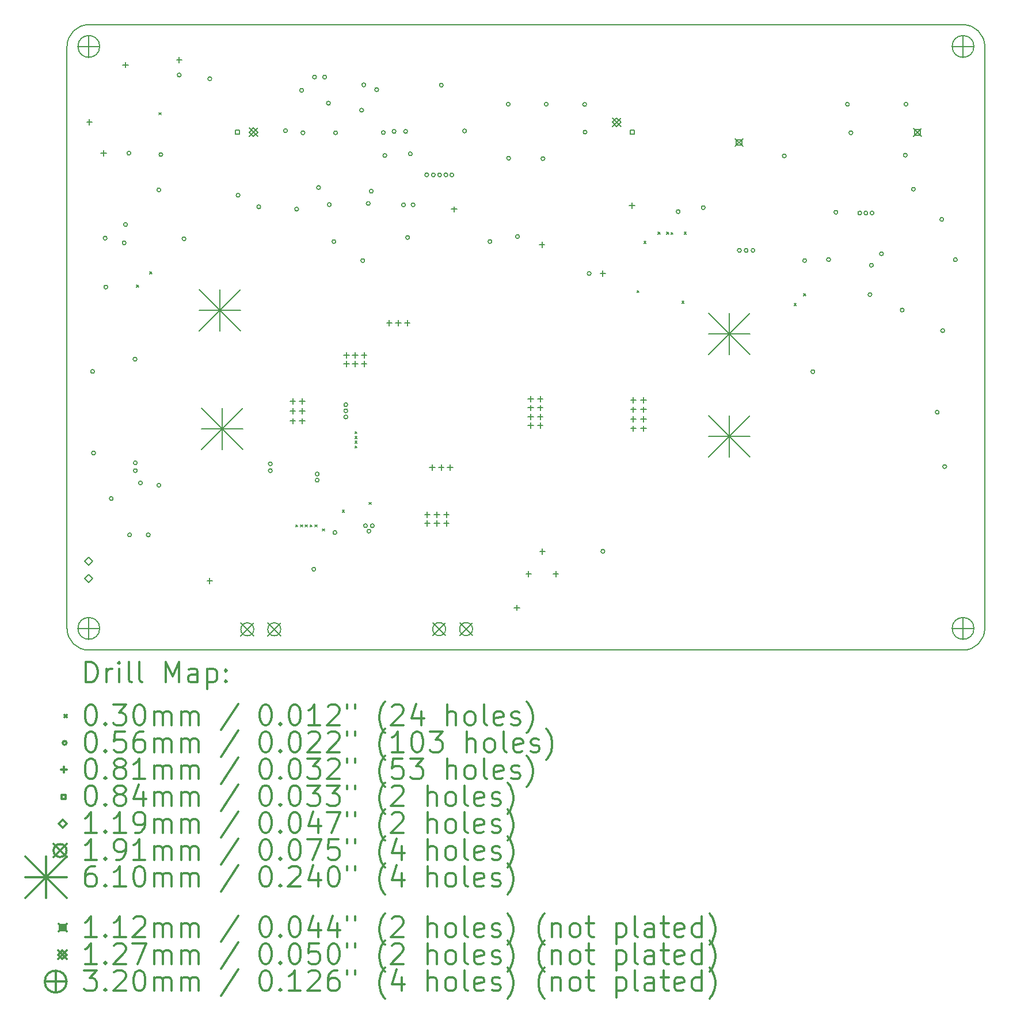
<source format=gbr>
%FSLAX45Y45*%
G04 Gerber Fmt 4.5, Leading zero omitted, Abs format (unit mm)*
G04 Created by KiCad (PCBNEW (5.1.9)-1) date 2021-02-22 11:59:32*
%MOMM*%
%LPD*%
G01*
G04 APERTURE LIST*
%TA.AperFunction,Profile*%
%ADD10C,0.150000*%
%TD*%
%ADD11C,0.200000*%
%ADD12C,0.300000*%
G04 APERTURE END LIST*
D10*
X320000Y0D02*
G75*
G02*
X0Y320000I0J320000D01*
G01*
X13500000Y320000D02*
G75*
G02*
X13180000Y0I-320000J0D01*
G01*
X13180000Y9200000D02*
G75*
G02*
X13500000Y8880000I0J-320000D01*
G01*
X0Y8880000D02*
G75*
G02*
X320000Y9200000I320000J0D01*
G01*
X320000Y9200000D02*
X13180000Y9200000D01*
X320000Y0D02*
X13180000Y0D01*
X13500000Y320000D02*
X13500000Y8880000D01*
X0Y8880000D02*
X0Y320000D01*
D11*
X1024026Y5370506D02*
X1054506Y5340026D01*
X1054506Y5370506D02*
X1024026Y5340026D01*
X1214760Y5565240D02*
X1245240Y5534760D01*
X1245240Y5565240D02*
X1214760Y5534760D01*
X1354760Y7905240D02*
X1385240Y7874760D01*
X1385240Y7905240D02*
X1354760Y7874760D01*
X3364760Y1845240D02*
X3395240Y1814760D01*
X3395240Y1845240D02*
X3364760Y1814760D01*
X3434760Y1845240D02*
X3465240Y1814760D01*
X3465240Y1845240D02*
X3434760Y1814760D01*
X3504760Y1845240D02*
X3535240Y1814760D01*
X3535240Y1845240D02*
X3504760Y1814760D01*
X3574760Y1845240D02*
X3605240Y1814760D01*
X3605240Y1845240D02*
X3574760Y1814760D01*
X3644760Y1845240D02*
X3675240Y1814760D01*
X3675240Y1845240D02*
X3644760Y1814760D01*
X3754760Y1785240D02*
X3785240Y1754760D01*
X3785240Y1785240D02*
X3754760Y1754760D01*
X4049760Y2060240D02*
X4080240Y2029760D01*
X4080240Y2060240D02*
X4049760Y2029760D01*
X4234760Y3215240D02*
X4265240Y3184760D01*
X4265240Y3215240D02*
X4234760Y3184760D01*
X4234760Y3145240D02*
X4265240Y3114760D01*
X4265240Y3145240D02*
X4234760Y3114760D01*
X4234760Y3075240D02*
X4265240Y3044760D01*
X4265240Y3075240D02*
X4234760Y3044760D01*
X4234760Y3005240D02*
X4265240Y2974760D01*
X4265240Y3005240D02*
X4234760Y2974760D01*
X4444760Y2175240D02*
X4475240Y2144760D01*
X4475240Y2175240D02*
X4444760Y2144760D01*
X8384760Y5291332D02*
X8415240Y5260852D01*
X8415240Y5291332D02*
X8384760Y5260852D01*
X8484760Y6015240D02*
X8515240Y5984760D01*
X8515240Y6015240D02*
X8484760Y5984760D01*
X8694760Y6150240D02*
X8725240Y6119760D01*
X8725240Y6150240D02*
X8694760Y6119760D01*
X8817968Y6148448D02*
X8848448Y6117968D01*
X8848448Y6148448D02*
X8817968Y6117968D01*
X8884760Y6145240D02*
X8915240Y6114760D01*
X8915240Y6145240D02*
X8884760Y6114760D01*
X9044760Y5135240D02*
X9075240Y5104760D01*
X9075240Y5135240D02*
X9044760Y5104760D01*
X9079588Y6150412D02*
X9110068Y6119932D01*
X9110068Y6150412D02*
X9079588Y6119932D01*
X10693758Y5100454D02*
X10724238Y5069974D01*
X10724238Y5100454D02*
X10693758Y5069974D01*
X10833204Y5241424D02*
X10863684Y5210944D01*
X10863684Y5241424D02*
X10833204Y5210944D01*
X402940Y4100000D02*
G75*
G03*
X402940Y4100000I-27940J0D01*
G01*
X417940Y2900000D02*
G75*
G03*
X417940Y2900000I-27940J0D01*
G01*
X587940Y6060000D02*
G75*
G03*
X587940Y6060000I-27940J0D01*
G01*
X597940Y5340000D02*
G75*
G03*
X597940Y5340000I-27940J0D01*
G01*
X677940Y2230000D02*
G75*
G03*
X677940Y2230000I-27940J0D01*
G01*
X867940Y5990000D02*
G75*
G03*
X867940Y5990000I-27940J0D01*
G01*
X887940Y6260000D02*
G75*
G03*
X887940Y6260000I-27940J0D01*
G01*
X937940Y7310000D02*
G75*
G03*
X937940Y7310000I-27940J0D01*
G01*
X947940Y1695000D02*
G75*
G03*
X947940Y1695000I-27940J0D01*
G01*
X1027940Y4280000D02*
G75*
G03*
X1027940Y4280000I-27940J0D01*
G01*
X1032940Y2755000D02*
G75*
G03*
X1032940Y2755000I-27940J0D01*
G01*
X1032940Y2640000D02*
G75*
G03*
X1032940Y2640000I-27940J0D01*
G01*
X1107940Y2460000D02*
G75*
G03*
X1107940Y2460000I-27940J0D01*
G01*
X1222940Y1695000D02*
G75*
G03*
X1222940Y1695000I-27940J0D01*
G01*
X1377940Y6770000D02*
G75*
G03*
X1377940Y6770000I-27940J0D01*
G01*
X1377940Y2425000D02*
G75*
G03*
X1377940Y2425000I-27940J0D01*
G01*
X1407940Y7290000D02*
G75*
G03*
X1407940Y7290000I-27940J0D01*
G01*
X1677940Y8460000D02*
G75*
G03*
X1677940Y8460000I-27940J0D01*
G01*
X1747940Y6050000D02*
G75*
G03*
X1747940Y6050000I-27940J0D01*
G01*
X2127940Y8405000D02*
G75*
G03*
X2127940Y8405000I-27940J0D01*
G01*
X2543940Y6691000D02*
G75*
G03*
X2543940Y6691000I-27940J0D01*
G01*
X2847940Y6520000D02*
G75*
G03*
X2847940Y6520000I-27940J0D01*
G01*
X3017940Y2740000D02*
G75*
G03*
X3017940Y2740000I-27940J0D01*
G01*
X3017940Y2640000D02*
G75*
G03*
X3017940Y2640000I-27940J0D01*
G01*
X3240940Y7640000D02*
G75*
G03*
X3240940Y7640000I-27940J0D01*
G01*
X3404940Y6487000D02*
G75*
G03*
X3404940Y6487000I-27940J0D01*
G01*
X3477940Y8235000D02*
G75*
G03*
X3477940Y8235000I-27940J0D01*
G01*
X3497940Y7610000D02*
G75*
G03*
X3497940Y7610000I-27940J0D01*
G01*
X3657940Y1190000D02*
G75*
G03*
X3657940Y1190000I-27940J0D01*
G01*
X3667940Y8430000D02*
G75*
G03*
X3667940Y8430000I-27940J0D01*
G01*
X3707940Y2590000D02*
G75*
G03*
X3707940Y2590000I-27940J0D01*
G01*
X3707940Y2500000D02*
G75*
G03*
X3707940Y2500000I-27940J0D01*
G01*
X3727940Y6805000D02*
G75*
G03*
X3727940Y6805000I-27940J0D01*
G01*
X3817940Y8430000D02*
G75*
G03*
X3817940Y8430000I-27940J0D01*
G01*
X3872940Y8045000D02*
G75*
G03*
X3872940Y8045000I-27940J0D01*
G01*
X3885940Y6553000D02*
G75*
G03*
X3885940Y6553000I-27940J0D01*
G01*
X3952940Y6010000D02*
G75*
G03*
X3952940Y6010000I-27940J0D01*
G01*
X3967940Y1730000D02*
G75*
G03*
X3967940Y1730000I-27940J0D01*
G01*
X3977940Y7610000D02*
G75*
G03*
X3977940Y7610000I-27940J0D01*
G01*
X4127940Y3610000D02*
G75*
G03*
X4127940Y3610000I-27940J0D01*
G01*
X4127940Y3520000D02*
G75*
G03*
X4127940Y3520000I-27940J0D01*
G01*
X4127940Y3430000D02*
G75*
G03*
X4127940Y3430000I-27940J0D01*
G01*
X4360940Y7942000D02*
G75*
G03*
X4360940Y7942000I-27940J0D01*
G01*
X4377940Y5730000D02*
G75*
G03*
X4377940Y5730000I-27940J0D01*
G01*
X4392940Y8315000D02*
G75*
G03*
X4392940Y8315000I-27940J0D01*
G01*
X4417940Y1830000D02*
G75*
G03*
X4417940Y1830000I-27940J0D01*
G01*
X4457940Y6570000D02*
G75*
G03*
X4457940Y6570000I-27940J0D01*
G01*
X4467940Y1750000D02*
G75*
G03*
X4467940Y1750000I-27940J0D01*
G01*
X4502940Y6750000D02*
G75*
G03*
X4502940Y6750000I-27940J0D01*
G01*
X4517940Y1830000D02*
G75*
G03*
X4517940Y1830000I-27940J0D01*
G01*
X4582940Y8245000D02*
G75*
G03*
X4582940Y8245000I-27940J0D01*
G01*
X4680940Y7613000D02*
G75*
G03*
X4680940Y7613000I-27940J0D01*
G01*
X4702940Y7275000D02*
G75*
G03*
X4702940Y7275000I-27940J0D01*
G01*
X4837940Y7630000D02*
G75*
G03*
X4837940Y7630000I-27940J0D01*
G01*
X4977940Y6550000D02*
G75*
G03*
X4977940Y6550000I-27940J0D01*
G01*
X5007940Y7630000D02*
G75*
G03*
X5007940Y7630000I-27940J0D01*
G01*
X5037940Y6070000D02*
G75*
G03*
X5037940Y6070000I-27940J0D01*
G01*
X5077940Y7300000D02*
G75*
G03*
X5077940Y7300000I-27940J0D01*
G01*
X5117940Y6550000D02*
G75*
G03*
X5117940Y6550000I-27940J0D01*
G01*
X5318940Y6992000D02*
G75*
G03*
X5318940Y6992000I-27940J0D01*
G01*
X5415940Y6990000D02*
G75*
G03*
X5415940Y6990000I-27940J0D01*
G01*
X5507940Y6990000D02*
G75*
G03*
X5507940Y6990000I-27940J0D01*
G01*
X5532940Y8310000D02*
G75*
G03*
X5532940Y8310000I-27940J0D01*
G01*
X5599940Y6991000D02*
G75*
G03*
X5599940Y6991000I-27940J0D01*
G01*
X5687940Y6990000D02*
G75*
G03*
X5687940Y6990000I-27940J0D01*
G01*
X5874904Y7636964D02*
G75*
G03*
X5874904Y7636964I-27940J0D01*
G01*
X6247940Y6010000D02*
G75*
G03*
X6247940Y6010000I-27940J0D01*
G01*
X6517940Y8030000D02*
G75*
G03*
X6517940Y8030000I-27940J0D01*
G01*
X6522940Y7235000D02*
G75*
G03*
X6522940Y7235000I-27940J0D01*
G01*
X6653822Y6084118D02*
G75*
G03*
X6653822Y6084118I-27940J0D01*
G01*
X7027940Y7230000D02*
G75*
G03*
X7027940Y7230000I-27940J0D01*
G01*
X7077940Y8030000D02*
G75*
G03*
X7077940Y8030000I-27940J0D01*
G01*
X7640940Y8027000D02*
G75*
G03*
X7640940Y8027000I-27940J0D01*
G01*
X7647940Y7620000D02*
G75*
G03*
X7647940Y7620000I-27940J0D01*
G01*
X7707940Y5540000D02*
G75*
G03*
X7707940Y5540000I-27940J0D01*
G01*
X7909880Y1454141D02*
G75*
G03*
X7909880Y1454141I-27940J0D01*
G01*
X9017940Y6450000D02*
G75*
G03*
X9017940Y6450000I-27940J0D01*
G01*
X9386940Y6509000D02*
G75*
G03*
X9386940Y6509000I-27940J0D01*
G01*
X9917940Y5880000D02*
G75*
G03*
X9917940Y5880000I-27940J0D01*
G01*
X10017940Y5880000D02*
G75*
G03*
X10017940Y5880000I-27940J0D01*
G01*
X10117940Y5880000D02*
G75*
G03*
X10117940Y5880000I-27940J0D01*
G01*
X10577940Y7270000D02*
G75*
G03*
X10577940Y7270000I-27940J0D01*
G01*
X10877440Y5730000D02*
G75*
G03*
X10877440Y5730000I-27940J0D01*
G01*
X10997940Y4096000D02*
G75*
G03*
X10997940Y4096000I-27940J0D01*
G01*
X11229940Y5745000D02*
G75*
G03*
X11229940Y5745000I-27940J0D01*
G01*
X11336940Y6441000D02*
G75*
G03*
X11336940Y6441000I-27940J0D01*
G01*
X11507940Y8030000D02*
G75*
G03*
X11507940Y8030000I-27940J0D01*
G01*
X11557940Y7610000D02*
G75*
G03*
X11557940Y7610000I-27940J0D01*
G01*
X11687940Y6430000D02*
G75*
G03*
X11687940Y6430000I-27940J0D01*
G01*
X11777940Y6430000D02*
G75*
G03*
X11777940Y6430000I-27940J0D01*
G01*
X11837940Y5230000D02*
G75*
G03*
X11837940Y5230000I-27940J0D01*
G01*
X11859940Y5662000D02*
G75*
G03*
X11859940Y5662000I-27940J0D01*
G01*
X11867940Y6430000D02*
G75*
G03*
X11867940Y6430000I-27940J0D01*
G01*
X12007940Y5830000D02*
G75*
G03*
X12007940Y5830000I-27940J0D01*
G01*
X12312940Y5003000D02*
G75*
G03*
X12312940Y5003000I-27940J0D01*
G01*
X12357940Y7280000D02*
G75*
G03*
X12357940Y7280000I-27940J0D01*
G01*
X12367940Y8030000D02*
G75*
G03*
X12367940Y8030000I-27940J0D01*
G01*
X12477940Y6780000D02*
G75*
G03*
X12477940Y6780000I-27940J0D01*
G01*
X12827940Y3500000D02*
G75*
G03*
X12827940Y3500000I-27940J0D01*
G01*
X12894940Y6336000D02*
G75*
G03*
X12894940Y6336000I-27940J0D01*
G01*
X12907940Y4700000D02*
G75*
G03*
X12907940Y4700000I-27940J0D01*
G01*
X12937940Y2700000D02*
G75*
G03*
X12937940Y2700000I-27940J0D01*
G01*
X13094840Y5743100D02*
G75*
G03*
X13094840Y5743100I-27940J0D01*
G01*
X330000Y7810640D02*
X330000Y7729360D01*
X289360Y7770000D02*
X370640Y7770000D01*
X540000Y7350640D02*
X540000Y7269360D01*
X499360Y7310000D02*
X580640Y7310000D01*
X860000Y8650640D02*
X860000Y8569360D01*
X819360Y8610000D02*
X900640Y8610000D01*
X1650000Y8720640D02*
X1650000Y8639360D01*
X1609360Y8680000D02*
X1690640Y8680000D01*
X2100000Y1060640D02*
X2100000Y979360D01*
X2059360Y1020000D02*
X2140640Y1020000D01*
X3320000Y3700640D02*
X3320000Y3619360D01*
X3279360Y3660000D02*
X3360640Y3660000D01*
X3320000Y3560640D02*
X3320000Y3479360D01*
X3279360Y3520000D02*
X3360640Y3520000D01*
X3320000Y3410640D02*
X3320000Y3329360D01*
X3279360Y3370000D02*
X3360640Y3370000D01*
X3460000Y3700640D02*
X3460000Y3619360D01*
X3419360Y3660000D02*
X3500640Y3660000D01*
X3460000Y3560640D02*
X3460000Y3479360D01*
X3419360Y3520000D02*
X3500640Y3520000D01*
X3460000Y3410640D02*
X3460000Y3329360D01*
X3419360Y3370000D02*
X3500640Y3370000D01*
X4110000Y4380640D02*
X4110000Y4299360D01*
X4069360Y4340000D02*
X4150640Y4340000D01*
X4110000Y4250640D02*
X4110000Y4169360D01*
X4069360Y4210000D02*
X4150640Y4210000D01*
X4240000Y4380640D02*
X4240000Y4299360D01*
X4199360Y4340000D02*
X4280640Y4340000D01*
X4240000Y4250640D02*
X4240000Y4169360D01*
X4199360Y4210000D02*
X4280640Y4210000D01*
X4370000Y4380640D02*
X4370000Y4299360D01*
X4329360Y4340000D02*
X4410640Y4340000D01*
X4370000Y4250640D02*
X4370000Y4169360D01*
X4329360Y4210000D02*
X4410640Y4210000D01*
X4740000Y4855640D02*
X4740000Y4774360D01*
X4699360Y4815000D02*
X4780640Y4815000D01*
X4875000Y4855640D02*
X4875000Y4774360D01*
X4834360Y4815000D02*
X4915640Y4815000D01*
X5005000Y4855640D02*
X5005000Y4774360D01*
X4964360Y4815000D02*
X5045640Y4815000D01*
X5300000Y2035640D02*
X5300000Y1954360D01*
X5259360Y1995000D02*
X5340640Y1995000D01*
X5300000Y1905640D02*
X5300000Y1824360D01*
X5259360Y1865000D02*
X5340640Y1865000D01*
X5370000Y2730640D02*
X5370000Y2649360D01*
X5329360Y2690000D02*
X5410640Y2690000D01*
X5440000Y2035640D02*
X5440000Y1954360D01*
X5399360Y1995000D02*
X5480640Y1995000D01*
X5440000Y1905640D02*
X5440000Y1824360D01*
X5399360Y1865000D02*
X5480640Y1865000D01*
X5505000Y2730640D02*
X5505000Y2649360D01*
X5464360Y2690000D02*
X5545640Y2690000D01*
X5580000Y2035640D02*
X5580000Y1954360D01*
X5539360Y1995000D02*
X5620640Y1995000D01*
X5580000Y1905640D02*
X5580000Y1824360D01*
X5539360Y1865000D02*
X5620640Y1865000D01*
X5635000Y2730640D02*
X5635000Y2649360D01*
X5594360Y2690000D02*
X5675640Y2690000D01*
X5696000Y6526640D02*
X5696000Y6445360D01*
X5655360Y6486000D02*
X5736640Y6486000D01*
X6614780Y665420D02*
X6614780Y584140D01*
X6574140Y624780D02*
X6655420Y624780D01*
X6790000Y1160640D02*
X6790000Y1079360D01*
X6749360Y1120000D02*
X6830640Y1120000D01*
X6820000Y3735640D02*
X6820000Y3654360D01*
X6779360Y3695000D02*
X6860640Y3695000D01*
X6820000Y3605640D02*
X6820000Y3524360D01*
X6779360Y3565000D02*
X6860640Y3565000D01*
X6820000Y3475640D02*
X6820000Y3394360D01*
X6779360Y3435000D02*
X6860640Y3435000D01*
X6820000Y3345640D02*
X6820000Y3264360D01*
X6779360Y3305000D02*
X6860640Y3305000D01*
X6960000Y3735640D02*
X6960000Y3654360D01*
X6919360Y3695000D02*
X7000640Y3695000D01*
X6960000Y3605640D02*
X6960000Y3524360D01*
X6919360Y3565000D02*
X7000640Y3565000D01*
X6960000Y3475640D02*
X6960000Y3394360D01*
X6919360Y3435000D02*
X7000640Y3435000D01*
X6960000Y3345640D02*
X6960000Y3264360D01*
X6919360Y3305000D02*
X7000640Y3305000D01*
X6985900Y6004740D02*
X6985900Y5923460D01*
X6945260Y5964100D02*
X7026540Y5964100D01*
X6992940Y1494782D02*
X6992940Y1413502D01*
X6952300Y1454142D02*
X7033580Y1454142D01*
X7190000Y1160640D02*
X7190000Y1079360D01*
X7149360Y1120000D02*
X7230640Y1120000D01*
X7881940Y5584181D02*
X7881940Y5502901D01*
X7841300Y5543541D02*
X7922580Y5543541D01*
X8310000Y6580640D02*
X8310000Y6499360D01*
X8269360Y6540000D02*
X8350640Y6540000D01*
X8330000Y3720640D02*
X8330000Y3639360D01*
X8289360Y3680000D02*
X8370640Y3680000D01*
X8330000Y3580640D02*
X8330000Y3499360D01*
X8289360Y3540000D02*
X8370640Y3540000D01*
X8330000Y3440640D02*
X8330000Y3359360D01*
X8289360Y3400000D02*
X8370640Y3400000D01*
X8330000Y3300640D02*
X8330000Y3219360D01*
X8289360Y3260000D02*
X8370640Y3260000D01*
X8480000Y3720640D02*
X8480000Y3639360D01*
X8439360Y3680000D02*
X8520640Y3680000D01*
X8480000Y3580640D02*
X8480000Y3499360D01*
X8439360Y3540000D02*
X8520640Y3540000D01*
X8480000Y3440640D02*
X8480000Y3359360D01*
X8439360Y3400000D02*
X8520640Y3400000D01*
X8480000Y3300640D02*
X8480000Y3219360D01*
X8439360Y3260000D02*
X8520640Y3260000D01*
X2537699Y7586301D02*
X2537699Y7645699D01*
X2478301Y7645699D01*
X2478301Y7586301D01*
X2537699Y7586301D01*
X8347699Y7586301D02*
X8347699Y7645699D01*
X8288301Y7645699D01*
X8288301Y7586301D01*
X8347699Y7586301D01*
X320000Y1244500D02*
X379500Y1304000D01*
X320000Y1363500D01*
X260500Y1304000D01*
X320000Y1244500D01*
X320000Y990500D02*
X379500Y1050000D01*
X320000Y1109500D01*
X260500Y1050000D01*
X320000Y990500D01*
X2556630Y401250D02*
X2747130Y210750D01*
X2747130Y401250D02*
X2556630Y210750D01*
X2747130Y306000D02*
G75*
G03*
X2747130Y306000I-95250J0D01*
G01*
X2952870Y401250D02*
X3143370Y210750D01*
X3143370Y401250D02*
X2952870Y210750D01*
X3143370Y306000D02*
G75*
G03*
X3143370Y306000I-95250J0D01*
G01*
X5378510Y405250D02*
X5569010Y214750D01*
X5569010Y405250D02*
X5378510Y214750D01*
X5569010Y310000D02*
G75*
G03*
X5569010Y310000I-95250J0D01*
G01*
X5774750Y405250D02*
X5965250Y214750D01*
X5965250Y405250D02*
X5774750Y214750D01*
X5965250Y310000D02*
G75*
G03*
X5965250Y310000I-95250J0D01*
G01*
X1945000Y5306000D02*
X2555000Y4696000D01*
X2555000Y5306000D02*
X1945000Y4696000D01*
X2250000Y5306000D02*
X2250000Y4696000D01*
X1945000Y5001000D02*
X2555000Y5001000D01*
X1974000Y3562000D02*
X2584000Y2952000D01*
X2584000Y3562000D02*
X1974000Y2952000D01*
X2279000Y3562000D02*
X2279000Y2952000D01*
X1974000Y3257000D02*
X2584000Y3257000D01*
X9440000Y4960000D02*
X10050000Y4350000D01*
X10050000Y4960000D02*
X9440000Y4350000D01*
X9745000Y4960000D02*
X9745000Y4350000D01*
X9440000Y4655000D02*
X10050000Y4655000D01*
X9440000Y3450000D02*
X10050000Y2840000D01*
X10050000Y3450000D02*
X9440000Y2840000D01*
X9745000Y3450000D02*
X9745000Y2840000D01*
X9440000Y3145000D02*
X10050000Y3145000D01*
X9829000Y7522000D02*
X9941000Y7410000D01*
X9941000Y7522000D02*
X9829000Y7410000D01*
X9924598Y7426402D02*
X9924598Y7505598D01*
X9845402Y7505598D01*
X9845402Y7426402D01*
X9924598Y7426402D01*
X12454000Y7672000D02*
X12566000Y7560000D01*
X12566000Y7672000D02*
X12454000Y7560000D01*
X12549598Y7576402D02*
X12549598Y7655598D01*
X12470402Y7655598D01*
X12470402Y7576402D01*
X12549598Y7576402D01*
X2679500Y7679500D02*
X2806500Y7552500D01*
X2806500Y7679500D02*
X2679500Y7552500D01*
X2743000Y7552500D02*
X2806500Y7616000D01*
X2743000Y7679500D01*
X2679500Y7616000D01*
X2743000Y7552500D01*
X8019500Y7829500D02*
X8146500Y7702500D01*
X8146500Y7829500D02*
X8019500Y7702500D01*
X8083000Y7702500D02*
X8146500Y7766000D01*
X8083000Y7829500D01*
X8019500Y7766000D01*
X8083000Y7702500D01*
X320000Y9040000D02*
X320000Y8720000D01*
X160000Y8880000D02*
X480000Y8880000D01*
X480000Y8880000D02*
G75*
G03*
X480000Y8880000I-160000J0D01*
G01*
X320000Y480000D02*
X320000Y160000D01*
X160000Y320000D02*
X480000Y320000D01*
X480000Y320000D02*
G75*
G03*
X480000Y320000I-160000J0D01*
G01*
X13180000Y9040000D02*
X13180000Y8720000D01*
X13020000Y8880000D02*
X13340000Y8880000D01*
X13340000Y8880000D02*
G75*
G03*
X13340000Y8880000I-160000J0D01*
G01*
X13180000Y480000D02*
X13180000Y160000D01*
X13020000Y320000D02*
X13340000Y320000D01*
X13340000Y320000D02*
G75*
G03*
X13340000Y320000I-160000J0D01*
G01*
D12*
X278928Y-473214D02*
X278928Y-173214D01*
X350357Y-173214D01*
X393214Y-187500D01*
X421786Y-216071D01*
X436071Y-244643D01*
X450357Y-301786D01*
X450357Y-344643D01*
X436071Y-401786D01*
X421786Y-430357D01*
X393214Y-458929D01*
X350357Y-473214D01*
X278928Y-473214D01*
X578928Y-473214D02*
X578928Y-273214D01*
X578928Y-330357D02*
X593214Y-301786D01*
X607500Y-287500D01*
X636071Y-273214D01*
X664643Y-273214D01*
X764643Y-473214D02*
X764643Y-273214D01*
X764643Y-173214D02*
X750357Y-187500D01*
X764643Y-201786D01*
X778928Y-187500D01*
X764643Y-173214D01*
X764643Y-201786D01*
X950357Y-473214D02*
X921786Y-458929D01*
X907500Y-430357D01*
X907500Y-173214D01*
X1107500Y-473214D02*
X1078928Y-458929D01*
X1064643Y-430357D01*
X1064643Y-173214D01*
X1450357Y-473214D02*
X1450357Y-173214D01*
X1550357Y-387500D01*
X1650357Y-173214D01*
X1650357Y-473214D01*
X1921786Y-473214D02*
X1921786Y-316072D01*
X1907500Y-287500D01*
X1878928Y-273214D01*
X1821786Y-273214D01*
X1793214Y-287500D01*
X1921786Y-458929D02*
X1893214Y-473214D01*
X1821786Y-473214D01*
X1793214Y-458929D01*
X1778928Y-430357D01*
X1778928Y-401786D01*
X1793214Y-373214D01*
X1821786Y-358929D01*
X1893214Y-358929D01*
X1921786Y-344643D01*
X2064643Y-273214D02*
X2064643Y-573214D01*
X2064643Y-287500D02*
X2093214Y-273214D01*
X2150357Y-273214D01*
X2178928Y-287500D01*
X2193214Y-301786D01*
X2207500Y-330357D01*
X2207500Y-416071D01*
X2193214Y-444643D01*
X2178928Y-458929D01*
X2150357Y-473214D01*
X2093214Y-473214D01*
X2064643Y-458929D01*
X2336071Y-444643D02*
X2350357Y-458929D01*
X2336071Y-473214D01*
X2321786Y-458929D01*
X2336071Y-444643D01*
X2336071Y-473214D01*
X2336071Y-287500D02*
X2350357Y-301786D01*
X2336071Y-316072D01*
X2321786Y-301786D01*
X2336071Y-287500D01*
X2336071Y-316072D01*
X-37980Y-952260D02*
X-7500Y-982740D01*
X-7500Y-952260D02*
X-37980Y-982740D01*
X336071Y-803214D02*
X364643Y-803214D01*
X393214Y-817500D01*
X407500Y-831786D01*
X421786Y-860357D01*
X436071Y-917500D01*
X436071Y-988929D01*
X421786Y-1046071D01*
X407500Y-1074643D01*
X393214Y-1088929D01*
X364643Y-1103214D01*
X336071Y-1103214D01*
X307500Y-1088929D01*
X293214Y-1074643D01*
X278928Y-1046071D01*
X264643Y-988929D01*
X264643Y-917500D01*
X278928Y-860357D01*
X293214Y-831786D01*
X307500Y-817500D01*
X336071Y-803214D01*
X564643Y-1074643D02*
X578928Y-1088929D01*
X564643Y-1103214D01*
X550357Y-1088929D01*
X564643Y-1074643D01*
X564643Y-1103214D01*
X678928Y-803214D02*
X864643Y-803214D01*
X764643Y-917500D01*
X807500Y-917500D01*
X836071Y-931786D01*
X850357Y-946071D01*
X864643Y-974643D01*
X864643Y-1046071D01*
X850357Y-1074643D01*
X836071Y-1088929D01*
X807500Y-1103214D01*
X721786Y-1103214D01*
X693214Y-1088929D01*
X678928Y-1074643D01*
X1050357Y-803214D02*
X1078928Y-803214D01*
X1107500Y-817500D01*
X1121786Y-831786D01*
X1136071Y-860357D01*
X1150357Y-917500D01*
X1150357Y-988929D01*
X1136071Y-1046071D01*
X1121786Y-1074643D01*
X1107500Y-1088929D01*
X1078928Y-1103214D01*
X1050357Y-1103214D01*
X1021786Y-1088929D01*
X1007500Y-1074643D01*
X993214Y-1046071D01*
X978928Y-988929D01*
X978928Y-917500D01*
X993214Y-860357D01*
X1007500Y-831786D01*
X1021786Y-817500D01*
X1050357Y-803214D01*
X1278928Y-1103214D02*
X1278928Y-903214D01*
X1278928Y-931786D02*
X1293214Y-917500D01*
X1321786Y-903214D01*
X1364643Y-903214D01*
X1393214Y-917500D01*
X1407500Y-946071D01*
X1407500Y-1103214D01*
X1407500Y-946071D02*
X1421786Y-917500D01*
X1450357Y-903214D01*
X1493214Y-903214D01*
X1521786Y-917500D01*
X1536071Y-946071D01*
X1536071Y-1103214D01*
X1678928Y-1103214D02*
X1678928Y-903214D01*
X1678928Y-931786D02*
X1693214Y-917500D01*
X1721786Y-903214D01*
X1764643Y-903214D01*
X1793214Y-917500D01*
X1807500Y-946071D01*
X1807500Y-1103214D01*
X1807500Y-946071D02*
X1821786Y-917500D01*
X1850357Y-903214D01*
X1893214Y-903214D01*
X1921786Y-917500D01*
X1936071Y-946071D01*
X1936071Y-1103214D01*
X2521786Y-788929D02*
X2264643Y-1174643D01*
X2907500Y-803214D02*
X2936071Y-803214D01*
X2964643Y-817500D01*
X2978928Y-831786D01*
X2993214Y-860357D01*
X3007500Y-917500D01*
X3007500Y-988929D01*
X2993214Y-1046071D01*
X2978928Y-1074643D01*
X2964643Y-1088929D01*
X2936071Y-1103214D01*
X2907500Y-1103214D01*
X2878928Y-1088929D01*
X2864643Y-1074643D01*
X2850357Y-1046071D01*
X2836071Y-988929D01*
X2836071Y-917500D01*
X2850357Y-860357D01*
X2864643Y-831786D01*
X2878928Y-817500D01*
X2907500Y-803214D01*
X3136071Y-1074643D02*
X3150357Y-1088929D01*
X3136071Y-1103214D01*
X3121786Y-1088929D01*
X3136071Y-1074643D01*
X3136071Y-1103214D01*
X3336071Y-803214D02*
X3364643Y-803214D01*
X3393214Y-817500D01*
X3407500Y-831786D01*
X3421786Y-860357D01*
X3436071Y-917500D01*
X3436071Y-988929D01*
X3421786Y-1046071D01*
X3407500Y-1074643D01*
X3393214Y-1088929D01*
X3364643Y-1103214D01*
X3336071Y-1103214D01*
X3307500Y-1088929D01*
X3293214Y-1074643D01*
X3278928Y-1046071D01*
X3264643Y-988929D01*
X3264643Y-917500D01*
X3278928Y-860357D01*
X3293214Y-831786D01*
X3307500Y-817500D01*
X3336071Y-803214D01*
X3721786Y-1103214D02*
X3550357Y-1103214D01*
X3636071Y-1103214D02*
X3636071Y-803214D01*
X3607500Y-846071D01*
X3578928Y-874643D01*
X3550357Y-888929D01*
X3836071Y-831786D02*
X3850357Y-817500D01*
X3878928Y-803214D01*
X3950357Y-803214D01*
X3978928Y-817500D01*
X3993214Y-831786D01*
X4007500Y-860357D01*
X4007500Y-888929D01*
X3993214Y-931786D01*
X3821786Y-1103214D01*
X4007500Y-1103214D01*
X4121786Y-803214D02*
X4121786Y-860357D01*
X4236071Y-803214D02*
X4236071Y-860357D01*
X4678928Y-1217500D02*
X4664643Y-1203214D01*
X4636071Y-1160357D01*
X4621786Y-1131786D01*
X4607500Y-1088929D01*
X4593214Y-1017500D01*
X4593214Y-960357D01*
X4607500Y-888929D01*
X4621786Y-846071D01*
X4636071Y-817500D01*
X4664643Y-774643D01*
X4678928Y-760357D01*
X4778928Y-831786D02*
X4793214Y-817500D01*
X4821786Y-803214D01*
X4893214Y-803214D01*
X4921786Y-817500D01*
X4936071Y-831786D01*
X4950357Y-860357D01*
X4950357Y-888929D01*
X4936071Y-931786D01*
X4764643Y-1103214D01*
X4950357Y-1103214D01*
X5207500Y-903214D02*
X5207500Y-1103214D01*
X5136071Y-788929D02*
X5064643Y-1003214D01*
X5250357Y-1003214D01*
X5593214Y-1103214D02*
X5593214Y-803214D01*
X5721786Y-1103214D02*
X5721786Y-946071D01*
X5707500Y-917500D01*
X5678928Y-903214D01*
X5636071Y-903214D01*
X5607500Y-917500D01*
X5593214Y-931786D01*
X5907500Y-1103214D02*
X5878928Y-1088929D01*
X5864643Y-1074643D01*
X5850357Y-1046071D01*
X5850357Y-960357D01*
X5864643Y-931786D01*
X5878928Y-917500D01*
X5907500Y-903214D01*
X5950357Y-903214D01*
X5978928Y-917500D01*
X5993214Y-931786D01*
X6007500Y-960357D01*
X6007500Y-1046071D01*
X5993214Y-1074643D01*
X5978928Y-1088929D01*
X5950357Y-1103214D01*
X5907500Y-1103214D01*
X6178928Y-1103214D02*
X6150357Y-1088929D01*
X6136071Y-1060357D01*
X6136071Y-803214D01*
X6407500Y-1088929D02*
X6378928Y-1103214D01*
X6321786Y-1103214D01*
X6293214Y-1088929D01*
X6278928Y-1060357D01*
X6278928Y-946071D01*
X6293214Y-917500D01*
X6321786Y-903214D01*
X6378928Y-903214D01*
X6407500Y-917500D01*
X6421786Y-946071D01*
X6421786Y-974643D01*
X6278928Y-1003214D01*
X6536071Y-1088929D02*
X6564643Y-1103214D01*
X6621786Y-1103214D01*
X6650357Y-1088929D01*
X6664643Y-1060357D01*
X6664643Y-1046071D01*
X6650357Y-1017500D01*
X6621786Y-1003214D01*
X6578928Y-1003214D01*
X6550357Y-988929D01*
X6536071Y-960357D01*
X6536071Y-946071D01*
X6550357Y-917500D01*
X6578928Y-903214D01*
X6621786Y-903214D01*
X6650357Y-917500D01*
X6764643Y-1217500D02*
X6778928Y-1203214D01*
X6807500Y-1160357D01*
X6821786Y-1131786D01*
X6836071Y-1088929D01*
X6850357Y-1017500D01*
X6850357Y-960357D01*
X6836071Y-888929D01*
X6821786Y-846071D01*
X6807500Y-817500D01*
X6778928Y-774643D01*
X6764643Y-760357D01*
X-7500Y-1363500D02*
G75*
G03*
X-7500Y-1363500I-27940J0D01*
G01*
X336071Y-1199214D02*
X364643Y-1199214D01*
X393214Y-1213500D01*
X407500Y-1227786D01*
X421786Y-1256357D01*
X436071Y-1313500D01*
X436071Y-1384929D01*
X421786Y-1442071D01*
X407500Y-1470643D01*
X393214Y-1484929D01*
X364643Y-1499214D01*
X336071Y-1499214D01*
X307500Y-1484929D01*
X293214Y-1470643D01*
X278928Y-1442071D01*
X264643Y-1384929D01*
X264643Y-1313500D01*
X278928Y-1256357D01*
X293214Y-1227786D01*
X307500Y-1213500D01*
X336071Y-1199214D01*
X564643Y-1470643D02*
X578928Y-1484929D01*
X564643Y-1499214D01*
X550357Y-1484929D01*
X564643Y-1470643D01*
X564643Y-1499214D01*
X850357Y-1199214D02*
X707500Y-1199214D01*
X693214Y-1342072D01*
X707500Y-1327786D01*
X736071Y-1313500D01*
X807500Y-1313500D01*
X836071Y-1327786D01*
X850357Y-1342072D01*
X864643Y-1370643D01*
X864643Y-1442071D01*
X850357Y-1470643D01*
X836071Y-1484929D01*
X807500Y-1499214D01*
X736071Y-1499214D01*
X707500Y-1484929D01*
X693214Y-1470643D01*
X1121786Y-1199214D02*
X1064643Y-1199214D01*
X1036071Y-1213500D01*
X1021786Y-1227786D01*
X993214Y-1270643D01*
X978928Y-1327786D01*
X978928Y-1442071D01*
X993214Y-1470643D01*
X1007500Y-1484929D01*
X1036071Y-1499214D01*
X1093214Y-1499214D01*
X1121786Y-1484929D01*
X1136071Y-1470643D01*
X1150357Y-1442071D01*
X1150357Y-1370643D01*
X1136071Y-1342072D01*
X1121786Y-1327786D01*
X1093214Y-1313500D01*
X1036071Y-1313500D01*
X1007500Y-1327786D01*
X993214Y-1342072D01*
X978928Y-1370643D01*
X1278928Y-1499214D02*
X1278928Y-1299214D01*
X1278928Y-1327786D02*
X1293214Y-1313500D01*
X1321786Y-1299214D01*
X1364643Y-1299214D01*
X1393214Y-1313500D01*
X1407500Y-1342072D01*
X1407500Y-1499214D01*
X1407500Y-1342072D02*
X1421786Y-1313500D01*
X1450357Y-1299214D01*
X1493214Y-1299214D01*
X1521786Y-1313500D01*
X1536071Y-1342072D01*
X1536071Y-1499214D01*
X1678928Y-1499214D02*
X1678928Y-1299214D01*
X1678928Y-1327786D02*
X1693214Y-1313500D01*
X1721786Y-1299214D01*
X1764643Y-1299214D01*
X1793214Y-1313500D01*
X1807500Y-1342072D01*
X1807500Y-1499214D01*
X1807500Y-1342072D02*
X1821786Y-1313500D01*
X1850357Y-1299214D01*
X1893214Y-1299214D01*
X1921786Y-1313500D01*
X1936071Y-1342072D01*
X1936071Y-1499214D01*
X2521786Y-1184929D02*
X2264643Y-1570643D01*
X2907500Y-1199214D02*
X2936071Y-1199214D01*
X2964643Y-1213500D01*
X2978928Y-1227786D01*
X2993214Y-1256357D01*
X3007500Y-1313500D01*
X3007500Y-1384929D01*
X2993214Y-1442071D01*
X2978928Y-1470643D01*
X2964643Y-1484929D01*
X2936071Y-1499214D01*
X2907500Y-1499214D01*
X2878928Y-1484929D01*
X2864643Y-1470643D01*
X2850357Y-1442071D01*
X2836071Y-1384929D01*
X2836071Y-1313500D01*
X2850357Y-1256357D01*
X2864643Y-1227786D01*
X2878928Y-1213500D01*
X2907500Y-1199214D01*
X3136071Y-1470643D02*
X3150357Y-1484929D01*
X3136071Y-1499214D01*
X3121786Y-1484929D01*
X3136071Y-1470643D01*
X3136071Y-1499214D01*
X3336071Y-1199214D02*
X3364643Y-1199214D01*
X3393214Y-1213500D01*
X3407500Y-1227786D01*
X3421786Y-1256357D01*
X3436071Y-1313500D01*
X3436071Y-1384929D01*
X3421786Y-1442071D01*
X3407500Y-1470643D01*
X3393214Y-1484929D01*
X3364643Y-1499214D01*
X3336071Y-1499214D01*
X3307500Y-1484929D01*
X3293214Y-1470643D01*
X3278928Y-1442071D01*
X3264643Y-1384929D01*
X3264643Y-1313500D01*
X3278928Y-1256357D01*
X3293214Y-1227786D01*
X3307500Y-1213500D01*
X3336071Y-1199214D01*
X3550357Y-1227786D02*
X3564643Y-1213500D01*
X3593214Y-1199214D01*
X3664643Y-1199214D01*
X3693214Y-1213500D01*
X3707500Y-1227786D01*
X3721786Y-1256357D01*
X3721786Y-1284929D01*
X3707500Y-1327786D01*
X3536071Y-1499214D01*
X3721786Y-1499214D01*
X3836071Y-1227786D02*
X3850357Y-1213500D01*
X3878928Y-1199214D01*
X3950357Y-1199214D01*
X3978928Y-1213500D01*
X3993214Y-1227786D01*
X4007500Y-1256357D01*
X4007500Y-1284929D01*
X3993214Y-1327786D01*
X3821786Y-1499214D01*
X4007500Y-1499214D01*
X4121786Y-1199214D02*
X4121786Y-1256357D01*
X4236071Y-1199214D02*
X4236071Y-1256357D01*
X4678928Y-1613500D02*
X4664643Y-1599214D01*
X4636071Y-1556357D01*
X4621786Y-1527786D01*
X4607500Y-1484929D01*
X4593214Y-1413500D01*
X4593214Y-1356357D01*
X4607500Y-1284929D01*
X4621786Y-1242072D01*
X4636071Y-1213500D01*
X4664643Y-1170643D01*
X4678928Y-1156357D01*
X4950357Y-1499214D02*
X4778928Y-1499214D01*
X4864643Y-1499214D02*
X4864643Y-1199214D01*
X4836071Y-1242072D01*
X4807500Y-1270643D01*
X4778928Y-1284929D01*
X5136071Y-1199214D02*
X5164643Y-1199214D01*
X5193214Y-1213500D01*
X5207500Y-1227786D01*
X5221786Y-1256357D01*
X5236071Y-1313500D01*
X5236071Y-1384929D01*
X5221786Y-1442071D01*
X5207500Y-1470643D01*
X5193214Y-1484929D01*
X5164643Y-1499214D01*
X5136071Y-1499214D01*
X5107500Y-1484929D01*
X5093214Y-1470643D01*
X5078928Y-1442071D01*
X5064643Y-1384929D01*
X5064643Y-1313500D01*
X5078928Y-1256357D01*
X5093214Y-1227786D01*
X5107500Y-1213500D01*
X5136071Y-1199214D01*
X5336071Y-1199214D02*
X5521786Y-1199214D01*
X5421786Y-1313500D01*
X5464643Y-1313500D01*
X5493214Y-1327786D01*
X5507500Y-1342072D01*
X5521786Y-1370643D01*
X5521786Y-1442071D01*
X5507500Y-1470643D01*
X5493214Y-1484929D01*
X5464643Y-1499214D01*
X5378928Y-1499214D01*
X5350357Y-1484929D01*
X5336071Y-1470643D01*
X5878928Y-1499214D02*
X5878928Y-1199214D01*
X6007500Y-1499214D02*
X6007500Y-1342072D01*
X5993214Y-1313500D01*
X5964643Y-1299214D01*
X5921786Y-1299214D01*
X5893214Y-1313500D01*
X5878928Y-1327786D01*
X6193214Y-1499214D02*
X6164643Y-1484929D01*
X6150357Y-1470643D01*
X6136071Y-1442071D01*
X6136071Y-1356357D01*
X6150357Y-1327786D01*
X6164643Y-1313500D01*
X6193214Y-1299214D01*
X6236071Y-1299214D01*
X6264643Y-1313500D01*
X6278928Y-1327786D01*
X6293214Y-1356357D01*
X6293214Y-1442071D01*
X6278928Y-1470643D01*
X6264643Y-1484929D01*
X6236071Y-1499214D01*
X6193214Y-1499214D01*
X6464643Y-1499214D02*
X6436071Y-1484929D01*
X6421786Y-1456357D01*
X6421786Y-1199214D01*
X6693214Y-1484929D02*
X6664643Y-1499214D01*
X6607500Y-1499214D01*
X6578928Y-1484929D01*
X6564643Y-1456357D01*
X6564643Y-1342072D01*
X6578928Y-1313500D01*
X6607500Y-1299214D01*
X6664643Y-1299214D01*
X6693214Y-1313500D01*
X6707500Y-1342072D01*
X6707500Y-1370643D01*
X6564643Y-1399214D01*
X6821786Y-1484929D02*
X6850357Y-1499214D01*
X6907500Y-1499214D01*
X6936071Y-1484929D01*
X6950357Y-1456357D01*
X6950357Y-1442071D01*
X6936071Y-1413500D01*
X6907500Y-1399214D01*
X6864643Y-1399214D01*
X6836071Y-1384929D01*
X6821786Y-1356357D01*
X6821786Y-1342072D01*
X6836071Y-1313500D01*
X6864643Y-1299214D01*
X6907500Y-1299214D01*
X6936071Y-1313500D01*
X7050357Y-1613500D02*
X7064643Y-1599214D01*
X7093214Y-1556357D01*
X7107500Y-1527786D01*
X7121786Y-1484929D01*
X7136071Y-1413500D01*
X7136071Y-1356357D01*
X7121786Y-1284929D01*
X7107500Y-1242072D01*
X7093214Y-1213500D01*
X7064643Y-1170643D01*
X7050357Y-1156357D01*
X-48140Y-1718860D02*
X-48140Y-1800140D01*
X-88780Y-1759500D02*
X-7500Y-1759500D01*
X336071Y-1595214D02*
X364643Y-1595214D01*
X393214Y-1609500D01*
X407500Y-1623786D01*
X421786Y-1652357D01*
X436071Y-1709500D01*
X436071Y-1780929D01*
X421786Y-1838071D01*
X407500Y-1866643D01*
X393214Y-1880929D01*
X364643Y-1895214D01*
X336071Y-1895214D01*
X307500Y-1880929D01*
X293214Y-1866643D01*
X278928Y-1838071D01*
X264643Y-1780929D01*
X264643Y-1709500D01*
X278928Y-1652357D01*
X293214Y-1623786D01*
X307500Y-1609500D01*
X336071Y-1595214D01*
X564643Y-1866643D02*
X578928Y-1880929D01*
X564643Y-1895214D01*
X550357Y-1880929D01*
X564643Y-1866643D01*
X564643Y-1895214D01*
X750357Y-1723786D02*
X721786Y-1709500D01*
X707500Y-1695214D01*
X693214Y-1666643D01*
X693214Y-1652357D01*
X707500Y-1623786D01*
X721786Y-1609500D01*
X750357Y-1595214D01*
X807500Y-1595214D01*
X836071Y-1609500D01*
X850357Y-1623786D01*
X864643Y-1652357D01*
X864643Y-1666643D01*
X850357Y-1695214D01*
X836071Y-1709500D01*
X807500Y-1723786D01*
X750357Y-1723786D01*
X721786Y-1738071D01*
X707500Y-1752357D01*
X693214Y-1780929D01*
X693214Y-1838071D01*
X707500Y-1866643D01*
X721786Y-1880929D01*
X750357Y-1895214D01*
X807500Y-1895214D01*
X836071Y-1880929D01*
X850357Y-1866643D01*
X864643Y-1838071D01*
X864643Y-1780929D01*
X850357Y-1752357D01*
X836071Y-1738071D01*
X807500Y-1723786D01*
X1150357Y-1895214D02*
X978928Y-1895214D01*
X1064643Y-1895214D02*
X1064643Y-1595214D01*
X1036071Y-1638071D01*
X1007500Y-1666643D01*
X978928Y-1680929D01*
X1278928Y-1895214D02*
X1278928Y-1695214D01*
X1278928Y-1723786D02*
X1293214Y-1709500D01*
X1321786Y-1695214D01*
X1364643Y-1695214D01*
X1393214Y-1709500D01*
X1407500Y-1738071D01*
X1407500Y-1895214D01*
X1407500Y-1738071D02*
X1421786Y-1709500D01*
X1450357Y-1695214D01*
X1493214Y-1695214D01*
X1521786Y-1709500D01*
X1536071Y-1738071D01*
X1536071Y-1895214D01*
X1678928Y-1895214D02*
X1678928Y-1695214D01*
X1678928Y-1723786D02*
X1693214Y-1709500D01*
X1721786Y-1695214D01*
X1764643Y-1695214D01*
X1793214Y-1709500D01*
X1807500Y-1738071D01*
X1807500Y-1895214D01*
X1807500Y-1738071D02*
X1821786Y-1709500D01*
X1850357Y-1695214D01*
X1893214Y-1695214D01*
X1921786Y-1709500D01*
X1936071Y-1738071D01*
X1936071Y-1895214D01*
X2521786Y-1580929D02*
X2264643Y-1966643D01*
X2907500Y-1595214D02*
X2936071Y-1595214D01*
X2964643Y-1609500D01*
X2978928Y-1623786D01*
X2993214Y-1652357D01*
X3007500Y-1709500D01*
X3007500Y-1780929D01*
X2993214Y-1838071D01*
X2978928Y-1866643D01*
X2964643Y-1880929D01*
X2936071Y-1895214D01*
X2907500Y-1895214D01*
X2878928Y-1880929D01*
X2864643Y-1866643D01*
X2850357Y-1838071D01*
X2836071Y-1780929D01*
X2836071Y-1709500D01*
X2850357Y-1652357D01*
X2864643Y-1623786D01*
X2878928Y-1609500D01*
X2907500Y-1595214D01*
X3136071Y-1866643D02*
X3150357Y-1880929D01*
X3136071Y-1895214D01*
X3121786Y-1880929D01*
X3136071Y-1866643D01*
X3136071Y-1895214D01*
X3336071Y-1595214D02*
X3364643Y-1595214D01*
X3393214Y-1609500D01*
X3407500Y-1623786D01*
X3421786Y-1652357D01*
X3436071Y-1709500D01*
X3436071Y-1780929D01*
X3421786Y-1838071D01*
X3407500Y-1866643D01*
X3393214Y-1880929D01*
X3364643Y-1895214D01*
X3336071Y-1895214D01*
X3307500Y-1880929D01*
X3293214Y-1866643D01*
X3278928Y-1838071D01*
X3264643Y-1780929D01*
X3264643Y-1709500D01*
X3278928Y-1652357D01*
X3293214Y-1623786D01*
X3307500Y-1609500D01*
X3336071Y-1595214D01*
X3536071Y-1595214D02*
X3721786Y-1595214D01*
X3621786Y-1709500D01*
X3664643Y-1709500D01*
X3693214Y-1723786D01*
X3707500Y-1738071D01*
X3721786Y-1766643D01*
X3721786Y-1838071D01*
X3707500Y-1866643D01*
X3693214Y-1880929D01*
X3664643Y-1895214D01*
X3578928Y-1895214D01*
X3550357Y-1880929D01*
X3536071Y-1866643D01*
X3836071Y-1623786D02*
X3850357Y-1609500D01*
X3878928Y-1595214D01*
X3950357Y-1595214D01*
X3978928Y-1609500D01*
X3993214Y-1623786D01*
X4007500Y-1652357D01*
X4007500Y-1680929D01*
X3993214Y-1723786D01*
X3821786Y-1895214D01*
X4007500Y-1895214D01*
X4121786Y-1595214D02*
X4121786Y-1652357D01*
X4236071Y-1595214D02*
X4236071Y-1652357D01*
X4678928Y-2009500D02*
X4664643Y-1995214D01*
X4636071Y-1952357D01*
X4621786Y-1923786D01*
X4607500Y-1880929D01*
X4593214Y-1809500D01*
X4593214Y-1752357D01*
X4607500Y-1680929D01*
X4621786Y-1638071D01*
X4636071Y-1609500D01*
X4664643Y-1566643D01*
X4678928Y-1552357D01*
X4936071Y-1595214D02*
X4793214Y-1595214D01*
X4778928Y-1738071D01*
X4793214Y-1723786D01*
X4821786Y-1709500D01*
X4893214Y-1709500D01*
X4921786Y-1723786D01*
X4936071Y-1738071D01*
X4950357Y-1766643D01*
X4950357Y-1838071D01*
X4936071Y-1866643D01*
X4921786Y-1880929D01*
X4893214Y-1895214D01*
X4821786Y-1895214D01*
X4793214Y-1880929D01*
X4778928Y-1866643D01*
X5050357Y-1595214D02*
X5236071Y-1595214D01*
X5136071Y-1709500D01*
X5178928Y-1709500D01*
X5207500Y-1723786D01*
X5221786Y-1738071D01*
X5236071Y-1766643D01*
X5236071Y-1838071D01*
X5221786Y-1866643D01*
X5207500Y-1880929D01*
X5178928Y-1895214D01*
X5093214Y-1895214D01*
X5064643Y-1880929D01*
X5050357Y-1866643D01*
X5593214Y-1895214D02*
X5593214Y-1595214D01*
X5721786Y-1895214D02*
X5721786Y-1738071D01*
X5707500Y-1709500D01*
X5678928Y-1695214D01*
X5636071Y-1695214D01*
X5607500Y-1709500D01*
X5593214Y-1723786D01*
X5907500Y-1895214D02*
X5878928Y-1880929D01*
X5864643Y-1866643D01*
X5850357Y-1838071D01*
X5850357Y-1752357D01*
X5864643Y-1723786D01*
X5878928Y-1709500D01*
X5907500Y-1695214D01*
X5950357Y-1695214D01*
X5978928Y-1709500D01*
X5993214Y-1723786D01*
X6007500Y-1752357D01*
X6007500Y-1838071D01*
X5993214Y-1866643D01*
X5978928Y-1880929D01*
X5950357Y-1895214D01*
X5907500Y-1895214D01*
X6178928Y-1895214D02*
X6150357Y-1880929D01*
X6136071Y-1852357D01*
X6136071Y-1595214D01*
X6407500Y-1880929D02*
X6378928Y-1895214D01*
X6321786Y-1895214D01*
X6293214Y-1880929D01*
X6278928Y-1852357D01*
X6278928Y-1738071D01*
X6293214Y-1709500D01*
X6321786Y-1695214D01*
X6378928Y-1695214D01*
X6407500Y-1709500D01*
X6421786Y-1738071D01*
X6421786Y-1766643D01*
X6278928Y-1795214D01*
X6536071Y-1880929D02*
X6564643Y-1895214D01*
X6621786Y-1895214D01*
X6650357Y-1880929D01*
X6664643Y-1852357D01*
X6664643Y-1838071D01*
X6650357Y-1809500D01*
X6621786Y-1795214D01*
X6578928Y-1795214D01*
X6550357Y-1780929D01*
X6536071Y-1752357D01*
X6536071Y-1738071D01*
X6550357Y-1709500D01*
X6578928Y-1695214D01*
X6621786Y-1695214D01*
X6650357Y-1709500D01*
X6764643Y-2009500D02*
X6778928Y-1995214D01*
X6807500Y-1952357D01*
X6821786Y-1923786D01*
X6836071Y-1880929D01*
X6850357Y-1809500D01*
X6850357Y-1752357D01*
X6836071Y-1680929D01*
X6821786Y-1638071D01*
X6807500Y-1609500D01*
X6778928Y-1566643D01*
X6764643Y-1552357D01*
X-19801Y-2185199D02*
X-19801Y-2125801D01*
X-79199Y-2125801D01*
X-79199Y-2185199D01*
X-19801Y-2185199D01*
X336071Y-1991214D02*
X364643Y-1991214D01*
X393214Y-2005500D01*
X407500Y-2019786D01*
X421786Y-2048357D01*
X436071Y-2105500D01*
X436071Y-2176929D01*
X421786Y-2234072D01*
X407500Y-2262643D01*
X393214Y-2276929D01*
X364643Y-2291214D01*
X336071Y-2291214D01*
X307500Y-2276929D01*
X293214Y-2262643D01*
X278928Y-2234072D01*
X264643Y-2176929D01*
X264643Y-2105500D01*
X278928Y-2048357D01*
X293214Y-2019786D01*
X307500Y-2005500D01*
X336071Y-1991214D01*
X564643Y-2262643D02*
X578928Y-2276929D01*
X564643Y-2291214D01*
X550357Y-2276929D01*
X564643Y-2262643D01*
X564643Y-2291214D01*
X750357Y-2119786D02*
X721786Y-2105500D01*
X707500Y-2091214D01*
X693214Y-2062643D01*
X693214Y-2048357D01*
X707500Y-2019786D01*
X721786Y-2005500D01*
X750357Y-1991214D01*
X807500Y-1991214D01*
X836071Y-2005500D01*
X850357Y-2019786D01*
X864643Y-2048357D01*
X864643Y-2062643D01*
X850357Y-2091214D01*
X836071Y-2105500D01*
X807500Y-2119786D01*
X750357Y-2119786D01*
X721786Y-2134072D01*
X707500Y-2148357D01*
X693214Y-2176929D01*
X693214Y-2234072D01*
X707500Y-2262643D01*
X721786Y-2276929D01*
X750357Y-2291214D01*
X807500Y-2291214D01*
X836071Y-2276929D01*
X850357Y-2262643D01*
X864643Y-2234072D01*
X864643Y-2176929D01*
X850357Y-2148357D01*
X836071Y-2134072D01*
X807500Y-2119786D01*
X1121786Y-2091214D02*
X1121786Y-2291214D01*
X1050357Y-1976929D02*
X978928Y-2191214D01*
X1164643Y-2191214D01*
X1278928Y-2291214D02*
X1278928Y-2091214D01*
X1278928Y-2119786D02*
X1293214Y-2105500D01*
X1321786Y-2091214D01*
X1364643Y-2091214D01*
X1393214Y-2105500D01*
X1407500Y-2134072D01*
X1407500Y-2291214D01*
X1407500Y-2134072D02*
X1421786Y-2105500D01*
X1450357Y-2091214D01*
X1493214Y-2091214D01*
X1521786Y-2105500D01*
X1536071Y-2134072D01*
X1536071Y-2291214D01*
X1678928Y-2291214D02*
X1678928Y-2091214D01*
X1678928Y-2119786D02*
X1693214Y-2105500D01*
X1721786Y-2091214D01*
X1764643Y-2091214D01*
X1793214Y-2105500D01*
X1807500Y-2134072D01*
X1807500Y-2291214D01*
X1807500Y-2134072D02*
X1821786Y-2105500D01*
X1850357Y-2091214D01*
X1893214Y-2091214D01*
X1921786Y-2105500D01*
X1936071Y-2134072D01*
X1936071Y-2291214D01*
X2521786Y-1976929D02*
X2264643Y-2362643D01*
X2907500Y-1991214D02*
X2936071Y-1991214D01*
X2964643Y-2005500D01*
X2978928Y-2019786D01*
X2993214Y-2048357D01*
X3007500Y-2105500D01*
X3007500Y-2176929D01*
X2993214Y-2234072D01*
X2978928Y-2262643D01*
X2964643Y-2276929D01*
X2936071Y-2291214D01*
X2907500Y-2291214D01*
X2878928Y-2276929D01*
X2864643Y-2262643D01*
X2850357Y-2234072D01*
X2836071Y-2176929D01*
X2836071Y-2105500D01*
X2850357Y-2048357D01*
X2864643Y-2019786D01*
X2878928Y-2005500D01*
X2907500Y-1991214D01*
X3136071Y-2262643D02*
X3150357Y-2276929D01*
X3136071Y-2291214D01*
X3121786Y-2276929D01*
X3136071Y-2262643D01*
X3136071Y-2291214D01*
X3336071Y-1991214D02*
X3364643Y-1991214D01*
X3393214Y-2005500D01*
X3407500Y-2019786D01*
X3421786Y-2048357D01*
X3436071Y-2105500D01*
X3436071Y-2176929D01*
X3421786Y-2234072D01*
X3407500Y-2262643D01*
X3393214Y-2276929D01*
X3364643Y-2291214D01*
X3336071Y-2291214D01*
X3307500Y-2276929D01*
X3293214Y-2262643D01*
X3278928Y-2234072D01*
X3264643Y-2176929D01*
X3264643Y-2105500D01*
X3278928Y-2048357D01*
X3293214Y-2019786D01*
X3307500Y-2005500D01*
X3336071Y-1991214D01*
X3536071Y-1991214D02*
X3721786Y-1991214D01*
X3621786Y-2105500D01*
X3664643Y-2105500D01*
X3693214Y-2119786D01*
X3707500Y-2134072D01*
X3721786Y-2162643D01*
X3721786Y-2234072D01*
X3707500Y-2262643D01*
X3693214Y-2276929D01*
X3664643Y-2291214D01*
X3578928Y-2291214D01*
X3550357Y-2276929D01*
X3536071Y-2262643D01*
X3821786Y-1991214D02*
X4007500Y-1991214D01*
X3907500Y-2105500D01*
X3950357Y-2105500D01*
X3978928Y-2119786D01*
X3993214Y-2134072D01*
X4007500Y-2162643D01*
X4007500Y-2234072D01*
X3993214Y-2262643D01*
X3978928Y-2276929D01*
X3950357Y-2291214D01*
X3864643Y-2291214D01*
X3836071Y-2276929D01*
X3821786Y-2262643D01*
X4121786Y-1991214D02*
X4121786Y-2048357D01*
X4236071Y-1991214D02*
X4236071Y-2048357D01*
X4678928Y-2405500D02*
X4664643Y-2391214D01*
X4636071Y-2348357D01*
X4621786Y-2319786D01*
X4607500Y-2276929D01*
X4593214Y-2205500D01*
X4593214Y-2148357D01*
X4607500Y-2076929D01*
X4621786Y-2034071D01*
X4636071Y-2005500D01*
X4664643Y-1962643D01*
X4678928Y-1948357D01*
X4778928Y-2019786D02*
X4793214Y-2005500D01*
X4821786Y-1991214D01*
X4893214Y-1991214D01*
X4921786Y-2005500D01*
X4936071Y-2019786D01*
X4950357Y-2048357D01*
X4950357Y-2076929D01*
X4936071Y-2119786D01*
X4764643Y-2291214D01*
X4950357Y-2291214D01*
X5307500Y-2291214D02*
X5307500Y-1991214D01*
X5436071Y-2291214D02*
X5436071Y-2134072D01*
X5421786Y-2105500D01*
X5393214Y-2091214D01*
X5350357Y-2091214D01*
X5321786Y-2105500D01*
X5307500Y-2119786D01*
X5621786Y-2291214D02*
X5593214Y-2276929D01*
X5578928Y-2262643D01*
X5564643Y-2234072D01*
X5564643Y-2148357D01*
X5578928Y-2119786D01*
X5593214Y-2105500D01*
X5621786Y-2091214D01*
X5664643Y-2091214D01*
X5693214Y-2105500D01*
X5707500Y-2119786D01*
X5721786Y-2148357D01*
X5721786Y-2234072D01*
X5707500Y-2262643D01*
X5693214Y-2276929D01*
X5664643Y-2291214D01*
X5621786Y-2291214D01*
X5893214Y-2291214D02*
X5864643Y-2276929D01*
X5850357Y-2248357D01*
X5850357Y-1991214D01*
X6121786Y-2276929D02*
X6093214Y-2291214D01*
X6036071Y-2291214D01*
X6007500Y-2276929D01*
X5993214Y-2248357D01*
X5993214Y-2134072D01*
X6007500Y-2105500D01*
X6036071Y-2091214D01*
X6093214Y-2091214D01*
X6121786Y-2105500D01*
X6136071Y-2134072D01*
X6136071Y-2162643D01*
X5993214Y-2191214D01*
X6250357Y-2276929D02*
X6278928Y-2291214D01*
X6336071Y-2291214D01*
X6364643Y-2276929D01*
X6378928Y-2248357D01*
X6378928Y-2234072D01*
X6364643Y-2205500D01*
X6336071Y-2191214D01*
X6293214Y-2191214D01*
X6264643Y-2176929D01*
X6250357Y-2148357D01*
X6250357Y-2134072D01*
X6264643Y-2105500D01*
X6293214Y-2091214D01*
X6336071Y-2091214D01*
X6364643Y-2105500D01*
X6478928Y-2405500D02*
X6493214Y-2391214D01*
X6521786Y-2348357D01*
X6536071Y-2319786D01*
X6550357Y-2276929D01*
X6564643Y-2205500D01*
X6564643Y-2148357D01*
X6550357Y-2076929D01*
X6536071Y-2034071D01*
X6521786Y-2005500D01*
X6493214Y-1962643D01*
X6478928Y-1948357D01*
X-67000Y-2611000D02*
X-7500Y-2551500D01*
X-67000Y-2492000D01*
X-126500Y-2551500D01*
X-67000Y-2611000D01*
X436071Y-2687214D02*
X264643Y-2687214D01*
X350357Y-2687214D02*
X350357Y-2387214D01*
X321786Y-2430072D01*
X293214Y-2458643D01*
X264643Y-2472929D01*
X564643Y-2658643D02*
X578928Y-2672929D01*
X564643Y-2687214D01*
X550357Y-2672929D01*
X564643Y-2658643D01*
X564643Y-2687214D01*
X864643Y-2687214D02*
X693214Y-2687214D01*
X778928Y-2687214D02*
X778928Y-2387214D01*
X750357Y-2430072D01*
X721786Y-2458643D01*
X693214Y-2472929D01*
X1007500Y-2687214D02*
X1064643Y-2687214D01*
X1093214Y-2672929D01*
X1107500Y-2658643D01*
X1136071Y-2615786D01*
X1150357Y-2558643D01*
X1150357Y-2444357D01*
X1136071Y-2415786D01*
X1121786Y-2401500D01*
X1093214Y-2387214D01*
X1036071Y-2387214D01*
X1007500Y-2401500D01*
X993214Y-2415786D01*
X978928Y-2444357D01*
X978928Y-2515786D01*
X993214Y-2544357D01*
X1007500Y-2558643D01*
X1036071Y-2572929D01*
X1093214Y-2572929D01*
X1121786Y-2558643D01*
X1136071Y-2544357D01*
X1150357Y-2515786D01*
X1278928Y-2687214D02*
X1278928Y-2487214D01*
X1278928Y-2515786D02*
X1293214Y-2501500D01*
X1321786Y-2487214D01*
X1364643Y-2487214D01*
X1393214Y-2501500D01*
X1407500Y-2530072D01*
X1407500Y-2687214D01*
X1407500Y-2530072D02*
X1421786Y-2501500D01*
X1450357Y-2487214D01*
X1493214Y-2487214D01*
X1521786Y-2501500D01*
X1536071Y-2530072D01*
X1536071Y-2687214D01*
X1678928Y-2687214D02*
X1678928Y-2487214D01*
X1678928Y-2515786D02*
X1693214Y-2501500D01*
X1721786Y-2487214D01*
X1764643Y-2487214D01*
X1793214Y-2501500D01*
X1807500Y-2530072D01*
X1807500Y-2687214D01*
X1807500Y-2530072D02*
X1821786Y-2501500D01*
X1850357Y-2487214D01*
X1893214Y-2487214D01*
X1921786Y-2501500D01*
X1936071Y-2530072D01*
X1936071Y-2687214D01*
X2521786Y-2372929D02*
X2264643Y-2758643D01*
X2907500Y-2387214D02*
X2936071Y-2387214D01*
X2964643Y-2401500D01*
X2978928Y-2415786D01*
X2993214Y-2444357D01*
X3007500Y-2501500D01*
X3007500Y-2572929D01*
X2993214Y-2630072D01*
X2978928Y-2658643D01*
X2964643Y-2672929D01*
X2936071Y-2687214D01*
X2907500Y-2687214D01*
X2878928Y-2672929D01*
X2864643Y-2658643D01*
X2850357Y-2630072D01*
X2836071Y-2572929D01*
X2836071Y-2501500D01*
X2850357Y-2444357D01*
X2864643Y-2415786D01*
X2878928Y-2401500D01*
X2907500Y-2387214D01*
X3136071Y-2658643D02*
X3150357Y-2672929D01*
X3136071Y-2687214D01*
X3121786Y-2672929D01*
X3136071Y-2658643D01*
X3136071Y-2687214D01*
X3336071Y-2387214D02*
X3364643Y-2387214D01*
X3393214Y-2401500D01*
X3407500Y-2415786D01*
X3421786Y-2444357D01*
X3436071Y-2501500D01*
X3436071Y-2572929D01*
X3421786Y-2630072D01*
X3407500Y-2658643D01*
X3393214Y-2672929D01*
X3364643Y-2687214D01*
X3336071Y-2687214D01*
X3307500Y-2672929D01*
X3293214Y-2658643D01*
X3278928Y-2630072D01*
X3264643Y-2572929D01*
X3264643Y-2501500D01*
X3278928Y-2444357D01*
X3293214Y-2415786D01*
X3307500Y-2401500D01*
X3336071Y-2387214D01*
X3693214Y-2487214D02*
X3693214Y-2687214D01*
X3621786Y-2372929D02*
X3550357Y-2587214D01*
X3736071Y-2587214D01*
X3821786Y-2387214D02*
X4021786Y-2387214D01*
X3893214Y-2687214D01*
X4121786Y-2387214D02*
X4121786Y-2444357D01*
X4236071Y-2387214D02*
X4236071Y-2444357D01*
X4678928Y-2801500D02*
X4664643Y-2787214D01*
X4636071Y-2744357D01*
X4621786Y-2715786D01*
X4607500Y-2672929D01*
X4593214Y-2601500D01*
X4593214Y-2544357D01*
X4607500Y-2472929D01*
X4621786Y-2430072D01*
X4636071Y-2401500D01*
X4664643Y-2358643D01*
X4678928Y-2344357D01*
X4778928Y-2415786D02*
X4793214Y-2401500D01*
X4821786Y-2387214D01*
X4893214Y-2387214D01*
X4921786Y-2401500D01*
X4936071Y-2415786D01*
X4950357Y-2444357D01*
X4950357Y-2472929D01*
X4936071Y-2515786D01*
X4764643Y-2687214D01*
X4950357Y-2687214D01*
X5307500Y-2687214D02*
X5307500Y-2387214D01*
X5436071Y-2687214D02*
X5436071Y-2530072D01*
X5421786Y-2501500D01*
X5393214Y-2487214D01*
X5350357Y-2487214D01*
X5321786Y-2501500D01*
X5307500Y-2515786D01*
X5621786Y-2687214D02*
X5593214Y-2672929D01*
X5578928Y-2658643D01*
X5564643Y-2630072D01*
X5564643Y-2544357D01*
X5578928Y-2515786D01*
X5593214Y-2501500D01*
X5621786Y-2487214D01*
X5664643Y-2487214D01*
X5693214Y-2501500D01*
X5707500Y-2515786D01*
X5721786Y-2544357D01*
X5721786Y-2630072D01*
X5707500Y-2658643D01*
X5693214Y-2672929D01*
X5664643Y-2687214D01*
X5621786Y-2687214D01*
X5893214Y-2687214D02*
X5864643Y-2672929D01*
X5850357Y-2644357D01*
X5850357Y-2387214D01*
X6121786Y-2672929D02*
X6093214Y-2687214D01*
X6036071Y-2687214D01*
X6007500Y-2672929D01*
X5993214Y-2644357D01*
X5993214Y-2530072D01*
X6007500Y-2501500D01*
X6036071Y-2487214D01*
X6093214Y-2487214D01*
X6121786Y-2501500D01*
X6136071Y-2530072D01*
X6136071Y-2558643D01*
X5993214Y-2587214D01*
X6250357Y-2672929D02*
X6278928Y-2687214D01*
X6336071Y-2687214D01*
X6364643Y-2672929D01*
X6378928Y-2644357D01*
X6378928Y-2630072D01*
X6364643Y-2601500D01*
X6336071Y-2587214D01*
X6293214Y-2587214D01*
X6264643Y-2572929D01*
X6250357Y-2544357D01*
X6250357Y-2530072D01*
X6264643Y-2501500D01*
X6293214Y-2487214D01*
X6336071Y-2487214D01*
X6364643Y-2501500D01*
X6478928Y-2801500D02*
X6493214Y-2787214D01*
X6521786Y-2744357D01*
X6536071Y-2715786D01*
X6550357Y-2672929D01*
X6564643Y-2601500D01*
X6564643Y-2544357D01*
X6550357Y-2472929D01*
X6536071Y-2430072D01*
X6521786Y-2401500D01*
X6493214Y-2358643D01*
X6478928Y-2344357D01*
X-198000Y-2852250D02*
X-7500Y-3042750D01*
X-7500Y-2852250D02*
X-198000Y-3042750D01*
X-7500Y-2947500D02*
G75*
G03*
X-7500Y-2947500I-95250J0D01*
G01*
X436071Y-3083214D02*
X264643Y-3083214D01*
X350357Y-3083214D02*
X350357Y-2783214D01*
X321786Y-2826071D01*
X293214Y-2854643D01*
X264643Y-2868929D01*
X564643Y-3054643D02*
X578928Y-3068929D01*
X564643Y-3083214D01*
X550357Y-3068929D01*
X564643Y-3054643D01*
X564643Y-3083214D01*
X721786Y-3083214D02*
X778928Y-3083214D01*
X807500Y-3068929D01*
X821786Y-3054643D01*
X850357Y-3011786D01*
X864643Y-2954643D01*
X864643Y-2840357D01*
X850357Y-2811786D01*
X836071Y-2797500D01*
X807500Y-2783214D01*
X750357Y-2783214D01*
X721786Y-2797500D01*
X707500Y-2811786D01*
X693214Y-2840357D01*
X693214Y-2911786D01*
X707500Y-2940357D01*
X721786Y-2954643D01*
X750357Y-2968929D01*
X807500Y-2968929D01*
X836071Y-2954643D01*
X850357Y-2940357D01*
X864643Y-2911786D01*
X1150357Y-3083214D02*
X978928Y-3083214D01*
X1064643Y-3083214D02*
X1064643Y-2783214D01*
X1036071Y-2826071D01*
X1007500Y-2854643D01*
X978928Y-2868929D01*
X1278928Y-3083214D02*
X1278928Y-2883214D01*
X1278928Y-2911786D02*
X1293214Y-2897500D01*
X1321786Y-2883214D01*
X1364643Y-2883214D01*
X1393214Y-2897500D01*
X1407500Y-2926071D01*
X1407500Y-3083214D01*
X1407500Y-2926071D02*
X1421786Y-2897500D01*
X1450357Y-2883214D01*
X1493214Y-2883214D01*
X1521786Y-2897500D01*
X1536071Y-2926071D01*
X1536071Y-3083214D01*
X1678928Y-3083214D02*
X1678928Y-2883214D01*
X1678928Y-2911786D02*
X1693214Y-2897500D01*
X1721786Y-2883214D01*
X1764643Y-2883214D01*
X1793214Y-2897500D01*
X1807500Y-2926071D01*
X1807500Y-3083214D01*
X1807500Y-2926071D02*
X1821786Y-2897500D01*
X1850357Y-2883214D01*
X1893214Y-2883214D01*
X1921786Y-2897500D01*
X1936071Y-2926071D01*
X1936071Y-3083214D01*
X2521786Y-2768929D02*
X2264643Y-3154643D01*
X2907500Y-2783214D02*
X2936071Y-2783214D01*
X2964643Y-2797500D01*
X2978928Y-2811786D01*
X2993214Y-2840357D01*
X3007500Y-2897500D01*
X3007500Y-2968929D01*
X2993214Y-3026071D01*
X2978928Y-3054643D01*
X2964643Y-3068929D01*
X2936071Y-3083214D01*
X2907500Y-3083214D01*
X2878928Y-3068929D01*
X2864643Y-3054643D01*
X2850357Y-3026071D01*
X2836071Y-2968929D01*
X2836071Y-2897500D01*
X2850357Y-2840357D01*
X2864643Y-2811786D01*
X2878928Y-2797500D01*
X2907500Y-2783214D01*
X3136071Y-3054643D02*
X3150357Y-3068929D01*
X3136071Y-3083214D01*
X3121786Y-3068929D01*
X3136071Y-3054643D01*
X3136071Y-3083214D01*
X3336071Y-2783214D02*
X3364643Y-2783214D01*
X3393214Y-2797500D01*
X3407500Y-2811786D01*
X3421786Y-2840357D01*
X3436071Y-2897500D01*
X3436071Y-2968929D01*
X3421786Y-3026071D01*
X3407500Y-3054643D01*
X3393214Y-3068929D01*
X3364643Y-3083214D01*
X3336071Y-3083214D01*
X3307500Y-3068929D01*
X3293214Y-3054643D01*
X3278928Y-3026071D01*
X3264643Y-2968929D01*
X3264643Y-2897500D01*
X3278928Y-2840357D01*
X3293214Y-2811786D01*
X3307500Y-2797500D01*
X3336071Y-2783214D01*
X3536071Y-2783214D02*
X3736071Y-2783214D01*
X3607500Y-3083214D01*
X3993214Y-2783214D02*
X3850357Y-2783214D01*
X3836071Y-2926071D01*
X3850357Y-2911786D01*
X3878928Y-2897500D01*
X3950357Y-2897500D01*
X3978928Y-2911786D01*
X3993214Y-2926071D01*
X4007500Y-2954643D01*
X4007500Y-3026071D01*
X3993214Y-3054643D01*
X3978928Y-3068929D01*
X3950357Y-3083214D01*
X3878928Y-3083214D01*
X3850357Y-3068929D01*
X3836071Y-3054643D01*
X4121786Y-2783214D02*
X4121786Y-2840357D01*
X4236071Y-2783214D02*
X4236071Y-2840357D01*
X4678928Y-3197500D02*
X4664643Y-3183214D01*
X4636071Y-3140357D01*
X4621786Y-3111786D01*
X4607500Y-3068929D01*
X4593214Y-2997500D01*
X4593214Y-2940357D01*
X4607500Y-2868929D01*
X4621786Y-2826071D01*
X4636071Y-2797500D01*
X4664643Y-2754643D01*
X4678928Y-2740357D01*
X4921786Y-2883214D02*
X4921786Y-3083214D01*
X4850357Y-2768929D02*
X4778928Y-2983214D01*
X4964643Y-2983214D01*
X5307500Y-3083214D02*
X5307500Y-2783214D01*
X5436071Y-3083214D02*
X5436071Y-2926071D01*
X5421786Y-2897500D01*
X5393214Y-2883214D01*
X5350357Y-2883214D01*
X5321786Y-2897500D01*
X5307500Y-2911786D01*
X5621786Y-3083214D02*
X5593214Y-3068929D01*
X5578928Y-3054643D01*
X5564643Y-3026071D01*
X5564643Y-2940357D01*
X5578928Y-2911786D01*
X5593214Y-2897500D01*
X5621786Y-2883214D01*
X5664643Y-2883214D01*
X5693214Y-2897500D01*
X5707500Y-2911786D01*
X5721786Y-2940357D01*
X5721786Y-3026071D01*
X5707500Y-3054643D01*
X5693214Y-3068929D01*
X5664643Y-3083214D01*
X5621786Y-3083214D01*
X5893214Y-3083214D02*
X5864643Y-3068929D01*
X5850357Y-3040357D01*
X5850357Y-2783214D01*
X6121786Y-3068929D02*
X6093214Y-3083214D01*
X6036071Y-3083214D01*
X6007500Y-3068929D01*
X5993214Y-3040357D01*
X5993214Y-2926071D01*
X6007500Y-2897500D01*
X6036071Y-2883214D01*
X6093214Y-2883214D01*
X6121786Y-2897500D01*
X6136071Y-2926071D01*
X6136071Y-2954643D01*
X5993214Y-2983214D01*
X6250357Y-3068929D02*
X6278928Y-3083214D01*
X6336071Y-3083214D01*
X6364643Y-3068929D01*
X6378928Y-3040357D01*
X6378928Y-3026071D01*
X6364643Y-2997500D01*
X6336071Y-2983214D01*
X6293214Y-2983214D01*
X6264643Y-2968929D01*
X6250357Y-2940357D01*
X6250357Y-2926071D01*
X6264643Y-2897500D01*
X6293214Y-2883214D01*
X6336071Y-2883214D01*
X6364643Y-2897500D01*
X6478928Y-3197500D02*
X6493214Y-3183214D01*
X6521786Y-3140357D01*
X6536071Y-3111786D01*
X6550357Y-3068929D01*
X6564643Y-2997500D01*
X6564643Y-2940357D01*
X6550357Y-2868929D01*
X6536071Y-2826071D01*
X6521786Y-2797500D01*
X6493214Y-2754643D01*
X6478928Y-2740357D01*
X-617500Y-3038500D02*
X-7500Y-3648500D01*
X-7500Y-3038500D02*
X-617500Y-3648500D01*
X-312500Y-3038500D02*
X-312500Y-3648500D01*
X-617500Y-3343500D02*
X-7500Y-3343500D01*
X407500Y-3179214D02*
X350357Y-3179214D01*
X321786Y-3193500D01*
X307500Y-3207786D01*
X278928Y-3250643D01*
X264643Y-3307786D01*
X264643Y-3422071D01*
X278928Y-3450643D01*
X293214Y-3464929D01*
X321786Y-3479214D01*
X378928Y-3479214D01*
X407500Y-3464929D01*
X421786Y-3450643D01*
X436071Y-3422071D01*
X436071Y-3350643D01*
X421786Y-3322071D01*
X407500Y-3307786D01*
X378928Y-3293500D01*
X321786Y-3293500D01*
X293214Y-3307786D01*
X278928Y-3322071D01*
X264643Y-3350643D01*
X564643Y-3450643D02*
X578928Y-3464929D01*
X564643Y-3479214D01*
X550357Y-3464929D01*
X564643Y-3450643D01*
X564643Y-3479214D01*
X864643Y-3479214D02*
X693214Y-3479214D01*
X778928Y-3479214D02*
X778928Y-3179214D01*
X750357Y-3222071D01*
X721786Y-3250643D01*
X693214Y-3264929D01*
X1050357Y-3179214D02*
X1078928Y-3179214D01*
X1107500Y-3193500D01*
X1121786Y-3207786D01*
X1136071Y-3236357D01*
X1150357Y-3293500D01*
X1150357Y-3364929D01*
X1136071Y-3422071D01*
X1121786Y-3450643D01*
X1107500Y-3464929D01*
X1078928Y-3479214D01*
X1050357Y-3479214D01*
X1021786Y-3464929D01*
X1007500Y-3450643D01*
X993214Y-3422071D01*
X978928Y-3364929D01*
X978928Y-3293500D01*
X993214Y-3236357D01*
X1007500Y-3207786D01*
X1021786Y-3193500D01*
X1050357Y-3179214D01*
X1278928Y-3479214D02*
X1278928Y-3279214D01*
X1278928Y-3307786D02*
X1293214Y-3293500D01*
X1321786Y-3279214D01*
X1364643Y-3279214D01*
X1393214Y-3293500D01*
X1407500Y-3322071D01*
X1407500Y-3479214D01*
X1407500Y-3322071D02*
X1421786Y-3293500D01*
X1450357Y-3279214D01*
X1493214Y-3279214D01*
X1521786Y-3293500D01*
X1536071Y-3322071D01*
X1536071Y-3479214D01*
X1678928Y-3479214D02*
X1678928Y-3279214D01*
X1678928Y-3307786D02*
X1693214Y-3293500D01*
X1721786Y-3279214D01*
X1764643Y-3279214D01*
X1793214Y-3293500D01*
X1807500Y-3322071D01*
X1807500Y-3479214D01*
X1807500Y-3322071D02*
X1821786Y-3293500D01*
X1850357Y-3279214D01*
X1893214Y-3279214D01*
X1921786Y-3293500D01*
X1936071Y-3322071D01*
X1936071Y-3479214D01*
X2521786Y-3164929D02*
X2264643Y-3550643D01*
X2907500Y-3179214D02*
X2936071Y-3179214D01*
X2964643Y-3193500D01*
X2978928Y-3207786D01*
X2993214Y-3236357D01*
X3007500Y-3293500D01*
X3007500Y-3364929D01*
X2993214Y-3422071D01*
X2978928Y-3450643D01*
X2964643Y-3464929D01*
X2936071Y-3479214D01*
X2907500Y-3479214D01*
X2878928Y-3464929D01*
X2864643Y-3450643D01*
X2850357Y-3422071D01*
X2836071Y-3364929D01*
X2836071Y-3293500D01*
X2850357Y-3236357D01*
X2864643Y-3207786D01*
X2878928Y-3193500D01*
X2907500Y-3179214D01*
X3136071Y-3450643D02*
X3150357Y-3464929D01*
X3136071Y-3479214D01*
X3121786Y-3464929D01*
X3136071Y-3450643D01*
X3136071Y-3479214D01*
X3264643Y-3207786D02*
X3278928Y-3193500D01*
X3307500Y-3179214D01*
X3378928Y-3179214D01*
X3407500Y-3193500D01*
X3421786Y-3207786D01*
X3436071Y-3236357D01*
X3436071Y-3264929D01*
X3421786Y-3307786D01*
X3250357Y-3479214D01*
X3436071Y-3479214D01*
X3693214Y-3279214D02*
X3693214Y-3479214D01*
X3621786Y-3164929D02*
X3550357Y-3379214D01*
X3736071Y-3379214D01*
X3907500Y-3179214D02*
X3936071Y-3179214D01*
X3964643Y-3193500D01*
X3978928Y-3207786D01*
X3993214Y-3236357D01*
X4007500Y-3293500D01*
X4007500Y-3364929D01*
X3993214Y-3422071D01*
X3978928Y-3450643D01*
X3964643Y-3464929D01*
X3936071Y-3479214D01*
X3907500Y-3479214D01*
X3878928Y-3464929D01*
X3864643Y-3450643D01*
X3850357Y-3422071D01*
X3836071Y-3364929D01*
X3836071Y-3293500D01*
X3850357Y-3236357D01*
X3864643Y-3207786D01*
X3878928Y-3193500D01*
X3907500Y-3179214D01*
X4121786Y-3179214D02*
X4121786Y-3236357D01*
X4236071Y-3179214D02*
X4236071Y-3236357D01*
X4678928Y-3593500D02*
X4664643Y-3579214D01*
X4636071Y-3536357D01*
X4621786Y-3507786D01*
X4607500Y-3464929D01*
X4593214Y-3393500D01*
X4593214Y-3336357D01*
X4607500Y-3264929D01*
X4621786Y-3222071D01*
X4636071Y-3193500D01*
X4664643Y-3150643D01*
X4678928Y-3136357D01*
X4921786Y-3279214D02*
X4921786Y-3479214D01*
X4850357Y-3164929D02*
X4778928Y-3379214D01*
X4964643Y-3379214D01*
X5307500Y-3479214D02*
X5307500Y-3179214D01*
X5436071Y-3479214D02*
X5436071Y-3322071D01*
X5421786Y-3293500D01*
X5393214Y-3279214D01*
X5350357Y-3279214D01*
X5321786Y-3293500D01*
X5307500Y-3307786D01*
X5621786Y-3479214D02*
X5593214Y-3464929D01*
X5578928Y-3450643D01*
X5564643Y-3422071D01*
X5564643Y-3336357D01*
X5578928Y-3307786D01*
X5593214Y-3293500D01*
X5621786Y-3279214D01*
X5664643Y-3279214D01*
X5693214Y-3293500D01*
X5707500Y-3307786D01*
X5721786Y-3336357D01*
X5721786Y-3422071D01*
X5707500Y-3450643D01*
X5693214Y-3464929D01*
X5664643Y-3479214D01*
X5621786Y-3479214D01*
X5893214Y-3479214D02*
X5864643Y-3464929D01*
X5850357Y-3436357D01*
X5850357Y-3179214D01*
X6121786Y-3464929D02*
X6093214Y-3479214D01*
X6036071Y-3479214D01*
X6007500Y-3464929D01*
X5993214Y-3436357D01*
X5993214Y-3322071D01*
X6007500Y-3293500D01*
X6036071Y-3279214D01*
X6093214Y-3279214D01*
X6121786Y-3293500D01*
X6136071Y-3322071D01*
X6136071Y-3350643D01*
X5993214Y-3379214D01*
X6250357Y-3464929D02*
X6278928Y-3479214D01*
X6336071Y-3479214D01*
X6364643Y-3464929D01*
X6378928Y-3436357D01*
X6378928Y-3422071D01*
X6364643Y-3393500D01*
X6336071Y-3379214D01*
X6293214Y-3379214D01*
X6264643Y-3364929D01*
X6250357Y-3336357D01*
X6250357Y-3322071D01*
X6264643Y-3293500D01*
X6293214Y-3279214D01*
X6336071Y-3279214D01*
X6364643Y-3293500D01*
X6478928Y-3593500D02*
X6493214Y-3579214D01*
X6521786Y-3536357D01*
X6536071Y-3507786D01*
X6550357Y-3464929D01*
X6564643Y-3393500D01*
X6564643Y-3336357D01*
X6550357Y-3264929D01*
X6536071Y-3222071D01*
X6521786Y-3193500D01*
X6493214Y-3150643D01*
X6478928Y-3136357D01*
X-119500Y-4027500D02*
X-7500Y-4139500D01*
X-7500Y-4027500D02*
X-119500Y-4139500D01*
X-23902Y-4123098D02*
X-23902Y-4043902D01*
X-103098Y-4043902D01*
X-103098Y-4123098D01*
X-23902Y-4123098D01*
X436071Y-4219214D02*
X264643Y-4219214D01*
X350357Y-4219214D02*
X350357Y-3919214D01*
X321786Y-3962071D01*
X293214Y-3990643D01*
X264643Y-4004929D01*
X564643Y-4190643D02*
X578928Y-4204929D01*
X564643Y-4219214D01*
X550357Y-4204929D01*
X564643Y-4190643D01*
X564643Y-4219214D01*
X864643Y-4219214D02*
X693214Y-4219214D01*
X778928Y-4219214D02*
X778928Y-3919214D01*
X750357Y-3962071D01*
X721786Y-3990643D01*
X693214Y-4004929D01*
X978928Y-3947786D02*
X993214Y-3933500D01*
X1021786Y-3919214D01*
X1093214Y-3919214D01*
X1121786Y-3933500D01*
X1136071Y-3947786D01*
X1150357Y-3976357D01*
X1150357Y-4004929D01*
X1136071Y-4047786D01*
X964643Y-4219214D01*
X1150357Y-4219214D01*
X1278928Y-4219214D02*
X1278928Y-4019214D01*
X1278928Y-4047786D02*
X1293214Y-4033500D01*
X1321786Y-4019214D01*
X1364643Y-4019214D01*
X1393214Y-4033500D01*
X1407500Y-4062071D01*
X1407500Y-4219214D01*
X1407500Y-4062071D02*
X1421786Y-4033500D01*
X1450357Y-4019214D01*
X1493214Y-4019214D01*
X1521786Y-4033500D01*
X1536071Y-4062071D01*
X1536071Y-4219214D01*
X1678928Y-4219214D02*
X1678928Y-4019214D01*
X1678928Y-4047786D02*
X1693214Y-4033500D01*
X1721786Y-4019214D01*
X1764643Y-4019214D01*
X1793214Y-4033500D01*
X1807500Y-4062071D01*
X1807500Y-4219214D01*
X1807500Y-4062071D02*
X1821786Y-4033500D01*
X1850357Y-4019214D01*
X1893214Y-4019214D01*
X1921786Y-4033500D01*
X1936071Y-4062071D01*
X1936071Y-4219214D01*
X2521786Y-3904929D02*
X2264643Y-4290643D01*
X2907500Y-3919214D02*
X2936071Y-3919214D01*
X2964643Y-3933500D01*
X2978928Y-3947786D01*
X2993214Y-3976357D01*
X3007500Y-4033500D01*
X3007500Y-4104929D01*
X2993214Y-4162071D01*
X2978928Y-4190643D01*
X2964643Y-4204929D01*
X2936071Y-4219214D01*
X2907500Y-4219214D01*
X2878928Y-4204929D01*
X2864643Y-4190643D01*
X2850357Y-4162071D01*
X2836071Y-4104929D01*
X2836071Y-4033500D01*
X2850357Y-3976357D01*
X2864643Y-3947786D01*
X2878928Y-3933500D01*
X2907500Y-3919214D01*
X3136071Y-4190643D02*
X3150357Y-4204929D01*
X3136071Y-4219214D01*
X3121786Y-4204929D01*
X3136071Y-4190643D01*
X3136071Y-4219214D01*
X3336071Y-3919214D02*
X3364643Y-3919214D01*
X3393214Y-3933500D01*
X3407500Y-3947786D01*
X3421786Y-3976357D01*
X3436071Y-4033500D01*
X3436071Y-4104929D01*
X3421786Y-4162071D01*
X3407500Y-4190643D01*
X3393214Y-4204929D01*
X3364643Y-4219214D01*
X3336071Y-4219214D01*
X3307500Y-4204929D01*
X3293214Y-4190643D01*
X3278928Y-4162071D01*
X3264643Y-4104929D01*
X3264643Y-4033500D01*
X3278928Y-3976357D01*
X3293214Y-3947786D01*
X3307500Y-3933500D01*
X3336071Y-3919214D01*
X3693214Y-4019214D02*
X3693214Y-4219214D01*
X3621786Y-3904929D02*
X3550357Y-4119214D01*
X3736071Y-4119214D01*
X3978928Y-4019214D02*
X3978928Y-4219214D01*
X3907500Y-3904929D02*
X3836071Y-4119214D01*
X4021786Y-4119214D01*
X4121786Y-3919214D02*
X4121786Y-3976357D01*
X4236071Y-3919214D02*
X4236071Y-3976357D01*
X4678928Y-4333500D02*
X4664643Y-4319214D01*
X4636071Y-4276357D01*
X4621786Y-4247786D01*
X4607500Y-4204929D01*
X4593214Y-4133500D01*
X4593214Y-4076357D01*
X4607500Y-4004929D01*
X4621786Y-3962071D01*
X4636071Y-3933500D01*
X4664643Y-3890643D01*
X4678928Y-3876357D01*
X4778928Y-3947786D02*
X4793214Y-3933500D01*
X4821786Y-3919214D01*
X4893214Y-3919214D01*
X4921786Y-3933500D01*
X4936071Y-3947786D01*
X4950357Y-3976357D01*
X4950357Y-4004929D01*
X4936071Y-4047786D01*
X4764643Y-4219214D01*
X4950357Y-4219214D01*
X5307500Y-4219214D02*
X5307500Y-3919214D01*
X5436071Y-4219214D02*
X5436071Y-4062071D01*
X5421786Y-4033500D01*
X5393214Y-4019214D01*
X5350357Y-4019214D01*
X5321786Y-4033500D01*
X5307500Y-4047786D01*
X5621786Y-4219214D02*
X5593214Y-4204929D01*
X5578928Y-4190643D01*
X5564643Y-4162071D01*
X5564643Y-4076357D01*
X5578928Y-4047786D01*
X5593214Y-4033500D01*
X5621786Y-4019214D01*
X5664643Y-4019214D01*
X5693214Y-4033500D01*
X5707500Y-4047786D01*
X5721786Y-4076357D01*
X5721786Y-4162071D01*
X5707500Y-4190643D01*
X5693214Y-4204929D01*
X5664643Y-4219214D01*
X5621786Y-4219214D01*
X5893214Y-4219214D02*
X5864643Y-4204929D01*
X5850357Y-4176357D01*
X5850357Y-3919214D01*
X6121786Y-4204929D02*
X6093214Y-4219214D01*
X6036071Y-4219214D01*
X6007500Y-4204929D01*
X5993214Y-4176357D01*
X5993214Y-4062071D01*
X6007500Y-4033500D01*
X6036071Y-4019214D01*
X6093214Y-4019214D01*
X6121786Y-4033500D01*
X6136071Y-4062071D01*
X6136071Y-4090643D01*
X5993214Y-4119214D01*
X6250357Y-4204929D02*
X6278928Y-4219214D01*
X6336071Y-4219214D01*
X6364643Y-4204929D01*
X6378928Y-4176357D01*
X6378928Y-4162071D01*
X6364643Y-4133500D01*
X6336071Y-4119214D01*
X6293214Y-4119214D01*
X6264643Y-4104929D01*
X6250357Y-4076357D01*
X6250357Y-4062071D01*
X6264643Y-4033500D01*
X6293214Y-4019214D01*
X6336071Y-4019214D01*
X6364643Y-4033500D01*
X6478928Y-4333500D02*
X6493214Y-4319214D01*
X6521786Y-4276357D01*
X6536071Y-4247786D01*
X6550357Y-4204929D01*
X6564643Y-4133500D01*
X6564643Y-4076357D01*
X6550357Y-4004929D01*
X6536071Y-3962071D01*
X6521786Y-3933500D01*
X6493214Y-3890643D01*
X6478928Y-3876357D01*
X7021786Y-4333500D02*
X7007500Y-4319214D01*
X6978928Y-4276357D01*
X6964643Y-4247786D01*
X6950357Y-4204929D01*
X6936071Y-4133500D01*
X6936071Y-4076357D01*
X6950357Y-4004929D01*
X6964643Y-3962071D01*
X6978928Y-3933500D01*
X7007500Y-3890643D01*
X7021786Y-3876357D01*
X7136071Y-4019214D02*
X7136071Y-4219214D01*
X7136071Y-4047786D02*
X7150357Y-4033500D01*
X7178928Y-4019214D01*
X7221786Y-4019214D01*
X7250357Y-4033500D01*
X7264643Y-4062071D01*
X7264643Y-4219214D01*
X7450357Y-4219214D02*
X7421786Y-4204929D01*
X7407500Y-4190643D01*
X7393214Y-4162071D01*
X7393214Y-4076357D01*
X7407500Y-4047786D01*
X7421786Y-4033500D01*
X7450357Y-4019214D01*
X7493214Y-4019214D01*
X7521786Y-4033500D01*
X7536071Y-4047786D01*
X7550357Y-4076357D01*
X7550357Y-4162071D01*
X7536071Y-4190643D01*
X7521786Y-4204929D01*
X7493214Y-4219214D01*
X7450357Y-4219214D01*
X7636071Y-4019214D02*
X7750357Y-4019214D01*
X7678928Y-3919214D02*
X7678928Y-4176357D01*
X7693214Y-4204929D01*
X7721786Y-4219214D01*
X7750357Y-4219214D01*
X8078928Y-4019214D02*
X8078928Y-4319214D01*
X8078928Y-4033500D02*
X8107500Y-4019214D01*
X8164643Y-4019214D01*
X8193214Y-4033500D01*
X8207500Y-4047786D01*
X8221786Y-4076357D01*
X8221786Y-4162071D01*
X8207500Y-4190643D01*
X8193214Y-4204929D01*
X8164643Y-4219214D01*
X8107500Y-4219214D01*
X8078928Y-4204929D01*
X8393214Y-4219214D02*
X8364643Y-4204929D01*
X8350357Y-4176357D01*
X8350357Y-3919214D01*
X8636071Y-4219214D02*
X8636071Y-4062071D01*
X8621786Y-4033500D01*
X8593214Y-4019214D01*
X8536071Y-4019214D01*
X8507500Y-4033500D01*
X8636071Y-4204929D02*
X8607500Y-4219214D01*
X8536071Y-4219214D01*
X8507500Y-4204929D01*
X8493214Y-4176357D01*
X8493214Y-4147786D01*
X8507500Y-4119214D01*
X8536071Y-4104929D01*
X8607500Y-4104929D01*
X8636071Y-4090643D01*
X8736071Y-4019214D02*
X8850357Y-4019214D01*
X8778928Y-3919214D02*
X8778928Y-4176357D01*
X8793214Y-4204929D01*
X8821786Y-4219214D01*
X8850357Y-4219214D01*
X9064643Y-4204929D02*
X9036071Y-4219214D01*
X8978928Y-4219214D01*
X8950357Y-4204929D01*
X8936071Y-4176357D01*
X8936071Y-4062071D01*
X8950357Y-4033500D01*
X8978928Y-4019214D01*
X9036071Y-4019214D01*
X9064643Y-4033500D01*
X9078928Y-4062071D01*
X9078928Y-4090643D01*
X8936071Y-4119214D01*
X9336071Y-4219214D02*
X9336071Y-3919214D01*
X9336071Y-4204929D02*
X9307500Y-4219214D01*
X9250357Y-4219214D01*
X9221786Y-4204929D01*
X9207500Y-4190643D01*
X9193214Y-4162071D01*
X9193214Y-4076357D01*
X9207500Y-4047786D01*
X9221786Y-4033500D01*
X9250357Y-4019214D01*
X9307500Y-4019214D01*
X9336071Y-4033500D01*
X9450357Y-4333500D02*
X9464643Y-4319214D01*
X9493214Y-4276357D01*
X9507500Y-4247786D01*
X9521786Y-4204929D01*
X9536071Y-4133500D01*
X9536071Y-4076357D01*
X9521786Y-4004929D01*
X9507500Y-3962071D01*
X9493214Y-3933500D01*
X9464643Y-3890643D01*
X9450357Y-3876357D01*
X-134500Y-4416000D02*
X-7500Y-4543000D01*
X-7500Y-4416000D02*
X-134500Y-4543000D01*
X-71000Y-4543000D02*
X-7500Y-4479500D01*
X-71000Y-4416000D01*
X-134500Y-4479500D01*
X-71000Y-4543000D01*
X436071Y-4615214D02*
X264643Y-4615214D01*
X350357Y-4615214D02*
X350357Y-4315214D01*
X321786Y-4358072D01*
X293214Y-4386643D01*
X264643Y-4400929D01*
X564643Y-4586643D02*
X578928Y-4600929D01*
X564643Y-4615214D01*
X550357Y-4600929D01*
X564643Y-4586643D01*
X564643Y-4615214D01*
X693214Y-4343786D02*
X707500Y-4329500D01*
X736071Y-4315214D01*
X807500Y-4315214D01*
X836071Y-4329500D01*
X850357Y-4343786D01*
X864643Y-4372357D01*
X864643Y-4400929D01*
X850357Y-4443786D01*
X678928Y-4615214D01*
X864643Y-4615214D01*
X964643Y-4315214D02*
X1164643Y-4315214D01*
X1036071Y-4615214D01*
X1278928Y-4615214D02*
X1278928Y-4415214D01*
X1278928Y-4443786D02*
X1293214Y-4429500D01*
X1321786Y-4415214D01*
X1364643Y-4415214D01*
X1393214Y-4429500D01*
X1407500Y-4458072D01*
X1407500Y-4615214D01*
X1407500Y-4458072D02*
X1421786Y-4429500D01*
X1450357Y-4415214D01*
X1493214Y-4415214D01*
X1521786Y-4429500D01*
X1536071Y-4458072D01*
X1536071Y-4615214D01*
X1678928Y-4615214D02*
X1678928Y-4415214D01*
X1678928Y-4443786D02*
X1693214Y-4429500D01*
X1721786Y-4415214D01*
X1764643Y-4415214D01*
X1793214Y-4429500D01*
X1807500Y-4458072D01*
X1807500Y-4615214D01*
X1807500Y-4458072D02*
X1821786Y-4429500D01*
X1850357Y-4415214D01*
X1893214Y-4415214D01*
X1921786Y-4429500D01*
X1936071Y-4458072D01*
X1936071Y-4615214D01*
X2521786Y-4300929D02*
X2264643Y-4686643D01*
X2907500Y-4315214D02*
X2936071Y-4315214D01*
X2964643Y-4329500D01*
X2978928Y-4343786D01*
X2993214Y-4372357D01*
X3007500Y-4429500D01*
X3007500Y-4500929D01*
X2993214Y-4558072D01*
X2978928Y-4586643D01*
X2964643Y-4600929D01*
X2936071Y-4615214D01*
X2907500Y-4615214D01*
X2878928Y-4600929D01*
X2864643Y-4586643D01*
X2850357Y-4558072D01*
X2836071Y-4500929D01*
X2836071Y-4429500D01*
X2850357Y-4372357D01*
X2864643Y-4343786D01*
X2878928Y-4329500D01*
X2907500Y-4315214D01*
X3136071Y-4586643D02*
X3150357Y-4600929D01*
X3136071Y-4615214D01*
X3121786Y-4600929D01*
X3136071Y-4586643D01*
X3136071Y-4615214D01*
X3336071Y-4315214D02*
X3364643Y-4315214D01*
X3393214Y-4329500D01*
X3407500Y-4343786D01*
X3421786Y-4372357D01*
X3436071Y-4429500D01*
X3436071Y-4500929D01*
X3421786Y-4558072D01*
X3407500Y-4586643D01*
X3393214Y-4600929D01*
X3364643Y-4615214D01*
X3336071Y-4615214D01*
X3307500Y-4600929D01*
X3293214Y-4586643D01*
X3278928Y-4558072D01*
X3264643Y-4500929D01*
X3264643Y-4429500D01*
X3278928Y-4372357D01*
X3293214Y-4343786D01*
X3307500Y-4329500D01*
X3336071Y-4315214D01*
X3707500Y-4315214D02*
X3564643Y-4315214D01*
X3550357Y-4458072D01*
X3564643Y-4443786D01*
X3593214Y-4429500D01*
X3664643Y-4429500D01*
X3693214Y-4443786D01*
X3707500Y-4458072D01*
X3721786Y-4486643D01*
X3721786Y-4558072D01*
X3707500Y-4586643D01*
X3693214Y-4600929D01*
X3664643Y-4615214D01*
X3593214Y-4615214D01*
X3564643Y-4600929D01*
X3550357Y-4586643D01*
X3907500Y-4315214D02*
X3936071Y-4315214D01*
X3964643Y-4329500D01*
X3978928Y-4343786D01*
X3993214Y-4372357D01*
X4007500Y-4429500D01*
X4007500Y-4500929D01*
X3993214Y-4558072D01*
X3978928Y-4586643D01*
X3964643Y-4600929D01*
X3936071Y-4615214D01*
X3907500Y-4615214D01*
X3878928Y-4600929D01*
X3864643Y-4586643D01*
X3850357Y-4558072D01*
X3836071Y-4500929D01*
X3836071Y-4429500D01*
X3850357Y-4372357D01*
X3864643Y-4343786D01*
X3878928Y-4329500D01*
X3907500Y-4315214D01*
X4121786Y-4315214D02*
X4121786Y-4372357D01*
X4236071Y-4315214D02*
X4236071Y-4372357D01*
X4678928Y-4729500D02*
X4664643Y-4715214D01*
X4636071Y-4672357D01*
X4621786Y-4643786D01*
X4607500Y-4600929D01*
X4593214Y-4529500D01*
X4593214Y-4472357D01*
X4607500Y-4400929D01*
X4621786Y-4358072D01*
X4636071Y-4329500D01*
X4664643Y-4286643D01*
X4678928Y-4272357D01*
X4778928Y-4343786D02*
X4793214Y-4329500D01*
X4821786Y-4315214D01*
X4893214Y-4315214D01*
X4921786Y-4329500D01*
X4936071Y-4343786D01*
X4950357Y-4372357D01*
X4950357Y-4400929D01*
X4936071Y-4443786D01*
X4764643Y-4615214D01*
X4950357Y-4615214D01*
X5307500Y-4615214D02*
X5307500Y-4315214D01*
X5436071Y-4615214D02*
X5436071Y-4458072D01*
X5421786Y-4429500D01*
X5393214Y-4415214D01*
X5350357Y-4415214D01*
X5321786Y-4429500D01*
X5307500Y-4443786D01*
X5621786Y-4615214D02*
X5593214Y-4600929D01*
X5578928Y-4586643D01*
X5564643Y-4558072D01*
X5564643Y-4472357D01*
X5578928Y-4443786D01*
X5593214Y-4429500D01*
X5621786Y-4415214D01*
X5664643Y-4415214D01*
X5693214Y-4429500D01*
X5707500Y-4443786D01*
X5721786Y-4472357D01*
X5721786Y-4558072D01*
X5707500Y-4586643D01*
X5693214Y-4600929D01*
X5664643Y-4615214D01*
X5621786Y-4615214D01*
X5893214Y-4615214D02*
X5864643Y-4600929D01*
X5850357Y-4572357D01*
X5850357Y-4315214D01*
X6121786Y-4600929D02*
X6093214Y-4615214D01*
X6036071Y-4615214D01*
X6007500Y-4600929D01*
X5993214Y-4572357D01*
X5993214Y-4458072D01*
X6007500Y-4429500D01*
X6036071Y-4415214D01*
X6093214Y-4415214D01*
X6121786Y-4429500D01*
X6136071Y-4458072D01*
X6136071Y-4486643D01*
X5993214Y-4515214D01*
X6250357Y-4600929D02*
X6278928Y-4615214D01*
X6336071Y-4615214D01*
X6364643Y-4600929D01*
X6378928Y-4572357D01*
X6378928Y-4558072D01*
X6364643Y-4529500D01*
X6336071Y-4515214D01*
X6293214Y-4515214D01*
X6264643Y-4500929D01*
X6250357Y-4472357D01*
X6250357Y-4458072D01*
X6264643Y-4429500D01*
X6293214Y-4415214D01*
X6336071Y-4415214D01*
X6364643Y-4429500D01*
X6478928Y-4729500D02*
X6493214Y-4715214D01*
X6521786Y-4672357D01*
X6536071Y-4643786D01*
X6550357Y-4600929D01*
X6564643Y-4529500D01*
X6564643Y-4472357D01*
X6550357Y-4400929D01*
X6536071Y-4358072D01*
X6521786Y-4329500D01*
X6493214Y-4286643D01*
X6478928Y-4272357D01*
X7021786Y-4729500D02*
X7007500Y-4715214D01*
X6978928Y-4672357D01*
X6964643Y-4643786D01*
X6950357Y-4600929D01*
X6936071Y-4529500D01*
X6936071Y-4472357D01*
X6950357Y-4400929D01*
X6964643Y-4358072D01*
X6978928Y-4329500D01*
X7007500Y-4286643D01*
X7021786Y-4272357D01*
X7136071Y-4415214D02*
X7136071Y-4615214D01*
X7136071Y-4443786D02*
X7150357Y-4429500D01*
X7178928Y-4415214D01*
X7221786Y-4415214D01*
X7250357Y-4429500D01*
X7264643Y-4458072D01*
X7264643Y-4615214D01*
X7450357Y-4615214D02*
X7421786Y-4600929D01*
X7407500Y-4586643D01*
X7393214Y-4558072D01*
X7393214Y-4472357D01*
X7407500Y-4443786D01*
X7421786Y-4429500D01*
X7450357Y-4415214D01*
X7493214Y-4415214D01*
X7521786Y-4429500D01*
X7536071Y-4443786D01*
X7550357Y-4472357D01*
X7550357Y-4558072D01*
X7536071Y-4586643D01*
X7521786Y-4600929D01*
X7493214Y-4615214D01*
X7450357Y-4615214D01*
X7636071Y-4415214D02*
X7750357Y-4415214D01*
X7678928Y-4315214D02*
X7678928Y-4572357D01*
X7693214Y-4600929D01*
X7721786Y-4615214D01*
X7750357Y-4615214D01*
X8078928Y-4415214D02*
X8078928Y-4715214D01*
X8078928Y-4429500D02*
X8107500Y-4415214D01*
X8164643Y-4415214D01*
X8193214Y-4429500D01*
X8207500Y-4443786D01*
X8221786Y-4472357D01*
X8221786Y-4558072D01*
X8207500Y-4586643D01*
X8193214Y-4600929D01*
X8164643Y-4615214D01*
X8107500Y-4615214D01*
X8078928Y-4600929D01*
X8393214Y-4615214D02*
X8364643Y-4600929D01*
X8350357Y-4572357D01*
X8350357Y-4315214D01*
X8636071Y-4615214D02*
X8636071Y-4458072D01*
X8621786Y-4429500D01*
X8593214Y-4415214D01*
X8536071Y-4415214D01*
X8507500Y-4429500D01*
X8636071Y-4600929D02*
X8607500Y-4615214D01*
X8536071Y-4615214D01*
X8507500Y-4600929D01*
X8493214Y-4572357D01*
X8493214Y-4543786D01*
X8507500Y-4515214D01*
X8536071Y-4500929D01*
X8607500Y-4500929D01*
X8636071Y-4486643D01*
X8736071Y-4415214D02*
X8850357Y-4415214D01*
X8778928Y-4315214D02*
X8778928Y-4572357D01*
X8793214Y-4600929D01*
X8821786Y-4615214D01*
X8850357Y-4615214D01*
X9064643Y-4600929D02*
X9036071Y-4615214D01*
X8978928Y-4615214D01*
X8950357Y-4600929D01*
X8936071Y-4572357D01*
X8936071Y-4458072D01*
X8950357Y-4429500D01*
X8978928Y-4415214D01*
X9036071Y-4415214D01*
X9064643Y-4429500D01*
X9078928Y-4458072D01*
X9078928Y-4486643D01*
X8936071Y-4515214D01*
X9336071Y-4615214D02*
X9336071Y-4315214D01*
X9336071Y-4600929D02*
X9307500Y-4615214D01*
X9250357Y-4615214D01*
X9221786Y-4600929D01*
X9207500Y-4586643D01*
X9193214Y-4558072D01*
X9193214Y-4472357D01*
X9207500Y-4443786D01*
X9221786Y-4429500D01*
X9250357Y-4415214D01*
X9307500Y-4415214D01*
X9336071Y-4429500D01*
X9450357Y-4729500D02*
X9464643Y-4715214D01*
X9493214Y-4672357D01*
X9507500Y-4643786D01*
X9521786Y-4600929D01*
X9536071Y-4529500D01*
X9536071Y-4472357D01*
X9521786Y-4400929D01*
X9507500Y-4358072D01*
X9493214Y-4329500D01*
X9464643Y-4286643D01*
X9450357Y-4272357D01*
X-167500Y-4715500D02*
X-167500Y-5035500D01*
X-327500Y-4875500D02*
X-7500Y-4875500D01*
X-7500Y-4875500D02*
G75*
G03*
X-7500Y-4875500I-160000J0D01*
G01*
X250357Y-4711214D02*
X436071Y-4711214D01*
X336071Y-4825500D01*
X378928Y-4825500D01*
X407500Y-4839786D01*
X421786Y-4854072D01*
X436071Y-4882643D01*
X436071Y-4954072D01*
X421786Y-4982643D01*
X407500Y-4996929D01*
X378928Y-5011214D01*
X293214Y-5011214D01*
X264643Y-4996929D01*
X250357Y-4982643D01*
X564643Y-4982643D02*
X578928Y-4996929D01*
X564643Y-5011214D01*
X550357Y-4996929D01*
X564643Y-4982643D01*
X564643Y-5011214D01*
X693214Y-4739786D02*
X707500Y-4725500D01*
X736071Y-4711214D01*
X807500Y-4711214D01*
X836071Y-4725500D01*
X850357Y-4739786D01*
X864643Y-4768357D01*
X864643Y-4796929D01*
X850357Y-4839786D01*
X678928Y-5011214D01*
X864643Y-5011214D01*
X1050357Y-4711214D02*
X1078928Y-4711214D01*
X1107500Y-4725500D01*
X1121786Y-4739786D01*
X1136071Y-4768357D01*
X1150357Y-4825500D01*
X1150357Y-4896929D01*
X1136071Y-4954072D01*
X1121786Y-4982643D01*
X1107500Y-4996929D01*
X1078928Y-5011214D01*
X1050357Y-5011214D01*
X1021786Y-4996929D01*
X1007500Y-4982643D01*
X993214Y-4954072D01*
X978928Y-4896929D01*
X978928Y-4825500D01*
X993214Y-4768357D01*
X1007500Y-4739786D01*
X1021786Y-4725500D01*
X1050357Y-4711214D01*
X1278928Y-5011214D02*
X1278928Y-4811214D01*
X1278928Y-4839786D02*
X1293214Y-4825500D01*
X1321786Y-4811214D01*
X1364643Y-4811214D01*
X1393214Y-4825500D01*
X1407500Y-4854072D01*
X1407500Y-5011214D01*
X1407500Y-4854072D02*
X1421786Y-4825500D01*
X1450357Y-4811214D01*
X1493214Y-4811214D01*
X1521786Y-4825500D01*
X1536071Y-4854072D01*
X1536071Y-5011214D01*
X1678928Y-5011214D02*
X1678928Y-4811214D01*
X1678928Y-4839786D02*
X1693214Y-4825500D01*
X1721786Y-4811214D01*
X1764643Y-4811214D01*
X1793214Y-4825500D01*
X1807500Y-4854072D01*
X1807500Y-5011214D01*
X1807500Y-4854072D02*
X1821786Y-4825500D01*
X1850357Y-4811214D01*
X1893214Y-4811214D01*
X1921786Y-4825500D01*
X1936071Y-4854072D01*
X1936071Y-5011214D01*
X2521786Y-4696929D02*
X2264643Y-5082643D01*
X2907500Y-4711214D02*
X2936071Y-4711214D01*
X2964643Y-4725500D01*
X2978928Y-4739786D01*
X2993214Y-4768357D01*
X3007500Y-4825500D01*
X3007500Y-4896929D01*
X2993214Y-4954072D01*
X2978928Y-4982643D01*
X2964643Y-4996929D01*
X2936071Y-5011214D01*
X2907500Y-5011214D01*
X2878928Y-4996929D01*
X2864643Y-4982643D01*
X2850357Y-4954072D01*
X2836071Y-4896929D01*
X2836071Y-4825500D01*
X2850357Y-4768357D01*
X2864643Y-4739786D01*
X2878928Y-4725500D01*
X2907500Y-4711214D01*
X3136071Y-4982643D02*
X3150357Y-4996929D01*
X3136071Y-5011214D01*
X3121786Y-4996929D01*
X3136071Y-4982643D01*
X3136071Y-5011214D01*
X3436071Y-5011214D02*
X3264643Y-5011214D01*
X3350357Y-5011214D02*
X3350357Y-4711214D01*
X3321786Y-4754072D01*
X3293214Y-4782643D01*
X3264643Y-4796929D01*
X3550357Y-4739786D02*
X3564643Y-4725500D01*
X3593214Y-4711214D01*
X3664643Y-4711214D01*
X3693214Y-4725500D01*
X3707500Y-4739786D01*
X3721786Y-4768357D01*
X3721786Y-4796929D01*
X3707500Y-4839786D01*
X3536071Y-5011214D01*
X3721786Y-5011214D01*
X3978928Y-4711214D02*
X3921786Y-4711214D01*
X3893214Y-4725500D01*
X3878928Y-4739786D01*
X3850357Y-4782643D01*
X3836071Y-4839786D01*
X3836071Y-4954072D01*
X3850357Y-4982643D01*
X3864643Y-4996929D01*
X3893214Y-5011214D01*
X3950357Y-5011214D01*
X3978928Y-4996929D01*
X3993214Y-4982643D01*
X4007500Y-4954072D01*
X4007500Y-4882643D01*
X3993214Y-4854072D01*
X3978928Y-4839786D01*
X3950357Y-4825500D01*
X3893214Y-4825500D01*
X3864643Y-4839786D01*
X3850357Y-4854072D01*
X3836071Y-4882643D01*
X4121786Y-4711214D02*
X4121786Y-4768357D01*
X4236071Y-4711214D02*
X4236071Y-4768357D01*
X4678928Y-5125500D02*
X4664643Y-5111214D01*
X4636071Y-5068357D01*
X4621786Y-5039786D01*
X4607500Y-4996929D01*
X4593214Y-4925500D01*
X4593214Y-4868357D01*
X4607500Y-4796929D01*
X4621786Y-4754072D01*
X4636071Y-4725500D01*
X4664643Y-4682643D01*
X4678928Y-4668357D01*
X4921786Y-4811214D02*
X4921786Y-5011214D01*
X4850357Y-4696929D02*
X4778928Y-4911214D01*
X4964643Y-4911214D01*
X5307500Y-5011214D02*
X5307500Y-4711214D01*
X5436071Y-5011214D02*
X5436071Y-4854072D01*
X5421786Y-4825500D01*
X5393214Y-4811214D01*
X5350357Y-4811214D01*
X5321786Y-4825500D01*
X5307500Y-4839786D01*
X5621786Y-5011214D02*
X5593214Y-4996929D01*
X5578928Y-4982643D01*
X5564643Y-4954072D01*
X5564643Y-4868357D01*
X5578928Y-4839786D01*
X5593214Y-4825500D01*
X5621786Y-4811214D01*
X5664643Y-4811214D01*
X5693214Y-4825500D01*
X5707500Y-4839786D01*
X5721786Y-4868357D01*
X5721786Y-4954072D01*
X5707500Y-4982643D01*
X5693214Y-4996929D01*
X5664643Y-5011214D01*
X5621786Y-5011214D01*
X5893214Y-5011214D02*
X5864643Y-4996929D01*
X5850357Y-4968357D01*
X5850357Y-4711214D01*
X6121786Y-4996929D02*
X6093214Y-5011214D01*
X6036071Y-5011214D01*
X6007500Y-4996929D01*
X5993214Y-4968357D01*
X5993214Y-4854072D01*
X6007500Y-4825500D01*
X6036071Y-4811214D01*
X6093214Y-4811214D01*
X6121786Y-4825500D01*
X6136071Y-4854072D01*
X6136071Y-4882643D01*
X5993214Y-4911214D01*
X6250357Y-4996929D02*
X6278928Y-5011214D01*
X6336071Y-5011214D01*
X6364643Y-4996929D01*
X6378928Y-4968357D01*
X6378928Y-4954072D01*
X6364643Y-4925500D01*
X6336071Y-4911214D01*
X6293214Y-4911214D01*
X6264643Y-4896929D01*
X6250357Y-4868357D01*
X6250357Y-4854072D01*
X6264643Y-4825500D01*
X6293214Y-4811214D01*
X6336071Y-4811214D01*
X6364643Y-4825500D01*
X6478928Y-5125500D02*
X6493214Y-5111214D01*
X6521786Y-5068357D01*
X6536071Y-5039786D01*
X6550357Y-4996929D01*
X6564643Y-4925500D01*
X6564643Y-4868357D01*
X6550357Y-4796929D01*
X6536071Y-4754072D01*
X6521786Y-4725500D01*
X6493214Y-4682643D01*
X6478928Y-4668357D01*
X7021786Y-5125500D02*
X7007500Y-5111214D01*
X6978928Y-5068357D01*
X6964643Y-5039786D01*
X6950357Y-4996929D01*
X6936071Y-4925500D01*
X6936071Y-4868357D01*
X6950357Y-4796929D01*
X6964643Y-4754072D01*
X6978928Y-4725500D01*
X7007500Y-4682643D01*
X7021786Y-4668357D01*
X7136071Y-4811214D02*
X7136071Y-5011214D01*
X7136071Y-4839786D02*
X7150357Y-4825500D01*
X7178928Y-4811214D01*
X7221786Y-4811214D01*
X7250357Y-4825500D01*
X7264643Y-4854072D01*
X7264643Y-5011214D01*
X7450357Y-5011214D02*
X7421786Y-4996929D01*
X7407500Y-4982643D01*
X7393214Y-4954072D01*
X7393214Y-4868357D01*
X7407500Y-4839786D01*
X7421786Y-4825500D01*
X7450357Y-4811214D01*
X7493214Y-4811214D01*
X7521786Y-4825500D01*
X7536071Y-4839786D01*
X7550357Y-4868357D01*
X7550357Y-4954072D01*
X7536071Y-4982643D01*
X7521786Y-4996929D01*
X7493214Y-5011214D01*
X7450357Y-5011214D01*
X7636071Y-4811214D02*
X7750357Y-4811214D01*
X7678928Y-4711214D02*
X7678928Y-4968357D01*
X7693214Y-4996929D01*
X7721786Y-5011214D01*
X7750357Y-5011214D01*
X8078928Y-4811214D02*
X8078928Y-5111214D01*
X8078928Y-4825500D02*
X8107500Y-4811214D01*
X8164643Y-4811214D01*
X8193214Y-4825500D01*
X8207500Y-4839786D01*
X8221786Y-4868357D01*
X8221786Y-4954072D01*
X8207500Y-4982643D01*
X8193214Y-4996929D01*
X8164643Y-5011214D01*
X8107500Y-5011214D01*
X8078928Y-4996929D01*
X8393214Y-5011214D02*
X8364643Y-4996929D01*
X8350357Y-4968357D01*
X8350357Y-4711214D01*
X8636071Y-5011214D02*
X8636071Y-4854072D01*
X8621786Y-4825500D01*
X8593214Y-4811214D01*
X8536071Y-4811214D01*
X8507500Y-4825500D01*
X8636071Y-4996929D02*
X8607500Y-5011214D01*
X8536071Y-5011214D01*
X8507500Y-4996929D01*
X8493214Y-4968357D01*
X8493214Y-4939786D01*
X8507500Y-4911214D01*
X8536071Y-4896929D01*
X8607500Y-4896929D01*
X8636071Y-4882643D01*
X8736071Y-4811214D02*
X8850357Y-4811214D01*
X8778928Y-4711214D02*
X8778928Y-4968357D01*
X8793214Y-4996929D01*
X8821786Y-5011214D01*
X8850357Y-5011214D01*
X9064643Y-4996929D02*
X9036071Y-5011214D01*
X8978928Y-5011214D01*
X8950357Y-4996929D01*
X8936071Y-4968357D01*
X8936071Y-4854072D01*
X8950357Y-4825500D01*
X8978928Y-4811214D01*
X9036071Y-4811214D01*
X9064643Y-4825500D01*
X9078928Y-4854072D01*
X9078928Y-4882643D01*
X8936071Y-4911214D01*
X9336071Y-5011214D02*
X9336071Y-4711214D01*
X9336071Y-4996929D02*
X9307500Y-5011214D01*
X9250357Y-5011214D01*
X9221786Y-4996929D01*
X9207500Y-4982643D01*
X9193214Y-4954072D01*
X9193214Y-4868357D01*
X9207500Y-4839786D01*
X9221786Y-4825500D01*
X9250357Y-4811214D01*
X9307500Y-4811214D01*
X9336071Y-4825500D01*
X9450357Y-5125500D02*
X9464643Y-5111214D01*
X9493214Y-5068357D01*
X9507500Y-5039786D01*
X9521786Y-4996929D01*
X9536071Y-4925500D01*
X9536071Y-4868357D01*
X9521786Y-4796929D01*
X9507500Y-4754072D01*
X9493214Y-4725500D01*
X9464643Y-4682643D01*
X9450357Y-4668357D01*
M02*

</source>
